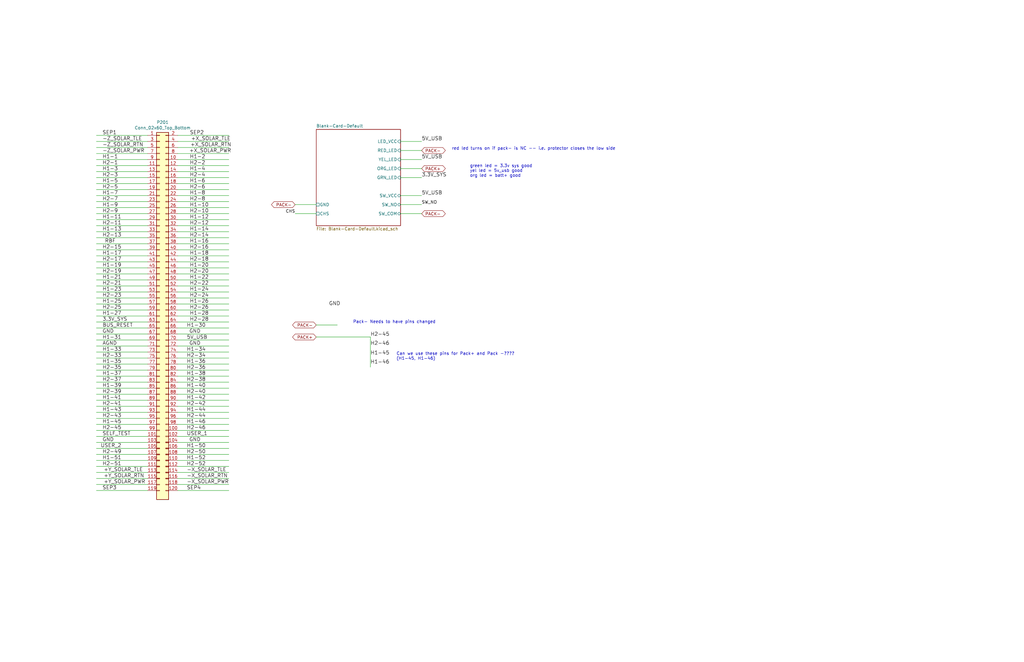
<source format=kicad_sch>
(kicad_sch (version 20211123) (generator eeschema)

  (uuid 9186dae5-6dc3-4744-9f90-e697559c6ac8)

  (paper "B")

  (title_block
    (title "Blank Card for SLI Backplane")
    (date "2021-11-05")
    (rev "A")
    (company "Sierra Lobo INC")
  )

  (lib_symbols
    (symbol "SLI-Blank-Card:Conn_02x60_Top_Bottom" (pin_names (offset 1.016) hide) (in_bom yes) (on_board yes)
      (property "Reference" "J" (id 0) (at 0 1.27 0)
        (effects (font (size 1.27 1.27)))
      )
      (property "Value" "SLI-Blank-Card_Conn_02x60_Top_Bottom" (id 1) (at 0 -157.48 0)
        (effects (font (size 1.27 1.27)))
      )
      (property "Footprint" "" (id 2) (at -1.27 -49.53 0)
        (effects (font (size 1.27 1.27)) hide)
      )
      (property "Datasheet" "" (id 3) (at -1.27 -49.53 0)
        (effects (font (size 1.27 1.27)) hide)
      )
      (property "ki_fp_filters" "Connector*:*_2x??_*" (id 4) (at 0 0 0)
        (effects (font (size 1.27 1.27)) hide)
      )
      (symbol "Conn_02x60_Top_Bottom_1_1"
        (rectangle (start -2.54 -151.003) (end -1.27 -151.257)
          (stroke (width 0.1524) (type default) (color 0 0 0 0))
          (fill (type none))
        )
        (rectangle (start -2.54 -148.463) (end -1.27 -148.717)
          (stroke (width 0.1524) (type default) (color 0 0 0 0))
          (fill (type none))
        )
        (rectangle (start -2.54 -145.923) (end -1.27 -146.177)
          (stroke (width 0.1524) (type default) (color 0 0 0 0))
          (fill (type none))
        )
        (rectangle (start -2.54 -145.923) (end -1.27 -146.177)
          (stroke (width 0.1524) (type default) (color 0 0 0 0))
          (fill (type none))
        )
        (rectangle (start -2.54 -143.383) (end -1.27 -143.637)
          (stroke (width 0.1524) (type default) (color 0 0 0 0))
          (fill (type none))
        )
        (rectangle (start -2.54 -143.383) (end -1.27 -143.637)
          (stroke (width 0.1524) (type default) (color 0 0 0 0))
          (fill (type none))
        )
        (rectangle (start -2.54 -140.843) (end -1.27 -141.097)
          (stroke (width 0.1524) (type default) (color 0 0 0 0))
          (fill (type none))
        )
        (rectangle (start -2.54 -140.843) (end -1.27 -141.097)
          (stroke (width 0.1524) (type default) (color 0 0 0 0))
          (fill (type none))
        )
        (rectangle (start -2.54 -138.303) (end -1.27 -138.557)
          (stroke (width 0.1524) (type default) (color 0 0 0 0))
          (fill (type none))
        )
        (rectangle (start -2.54 -138.303) (end -1.27 -138.557)
          (stroke (width 0.1524) (type default) (color 0 0 0 0))
          (fill (type none))
        )
        (rectangle (start -2.54 -135.763) (end -1.27 -136.017)
          (stroke (width 0.1524) (type default) (color 0 0 0 0))
          (fill (type none))
        )
        (rectangle (start -2.54 -135.763) (end -1.27 -136.017)
          (stroke (width 0.1524) (type default) (color 0 0 0 0))
          (fill (type none))
        )
        (rectangle (start -2.54 -133.223) (end -1.27 -133.477)
          (stroke (width 0.1524) (type default) (color 0 0 0 0))
          (fill (type none))
        )
        (rectangle (start -2.54 -133.223) (end -1.27 -133.477)
          (stroke (width 0.1524) (type default) (color 0 0 0 0))
          (fill (type none))
        )
        (rectangle (start -2.54 -130.683) (end -1.27 -130.937)
          (stroke (width 0.1524) (type default) (color 0 0 0 0))
          (fill (type none))
        )
        (rectangle (start -2.54 -130.683) (end -1.27 -130.937)
          (stroke (width 0.1524) (type default) (color 0 0 0 0))
          (fill (type none))
        )
        (rectangle (start -2.54 -128.143) (end -1.27 -128.397)
          (stroke (width 0.1524) (type default) (color 0 0 0 0))
          (fill (type none))
        )
        (rectangle (start -2.54 -125.603) (end -1.27 -125.857)
          (stroke (width 0.1524) (type default) (color 0 0 0 0))
          (fill (type none))
        )
        (rectangle (start -2.54 -123.063) (end -1.27 -123.317)
          (stroke (width 0.1524) (type default) (color 0 0 0 0))
          (fill (type none))
        )
        (rectangle (start -2.54 -120.523) (end -1.27 -120.777)
          (stroke (width 0.1524) (type default) (color 0 0 0 0))
          (fill (type none))
        )
        (rectangle (start -2.54 -117.983) (end -1.27 -118.237)
          (stroke (width 0.1524) (type default) (color 0 0 0 0))
          (fill (type none))
        )
        (rectangle (start -2.54 -115.443) (end -1.27 -115.697)
          (stroke (width 0.1524) (type default) (color 0 0 0 0))
          (fill (type none))
        )
        (rectangle (start -2.54 -112.903) (end -1.27 -113.157)
          (stroke (width 0.1524) (type default) (color 0 0 0 0))
          (fill (type none))
        )
        (rectangle (start -2.54 -110.363) (end -1.27 -110.617)
          (stroke (width 0.1524) (type default) (color 0 0 0 0))
          (fill (type none))
        )
        (rectangle (start -2.54 -107.823) (end -1.27 -108.077)
          (stroke (width 0.1524) (type default) (color 0 0 0 0))
          (fill (type none))
        )
        (rectangle (start -2.54 -105.283) (end -1.27 -105.537)
          (stroke (width 0.1524) (type default) (color 0 0 0 0))
          (fill (type none))
        )
        (rectangle (start -2.54 -102.743) (end -1.27 -102.997)
          (stroke (width 0.1524) (type default) (color 0 0 0 0))
          (fill (type none))
        )
        (rectangle (start -2.54 -100.203) (end -1.27 -100.457)
          (stroke (width 0.1524) (type default) (color 0 0 0 0))
          (fill (type none))
        )
        (rectangle (start -2.54 -97.663) (end -1.27 -97.917)
          (stroke (width 0.1524) (type default) (color 0 0 0 0))
          (fill (type none))
        )
        (rectangle (start -2.54 -95.123) (end -1.27 -95.377)
          (stroke (width 0.1524) (type default) (color 0 0 0 0))
          (fill (type none))
        )
        (rectangle (start -2.54 -92.583) (end -1.27 -92.837)
          (stroke (width 0.1524) (type default) (color 0 0 0 0))
          (fill (type none))
        )
        (rectangle (start -2.54 -90.043) (end -1.27 -90.297)
          (stroke (width 0.1524) (type default) (color 0 0 0 0))
          (fill (type none))
        )
        (rectangle (start -2.54 -87.503) (end -1.27 -87.757)
          (stroke (width 0.1524) (type default) (color 0 0 0 0))
          (fill (type none))
        )
        (rectangle (start -2.54 -84.963) (end -1.27 -85.217)
          (stroke (width 0.1524) (type default) (color 0 0 0 0))
          (fill (type none))
        )
        (rectangle (start -2.54 -82.423) (end -1.27 -82.677)
          (stroke (width 0.1524) (type default) (color 0 0 0 0))
          (fill (type none))
        )
        (rectangle (start -2.54 -79.883) (end -1.27 -80.137)
          (stroke (width 0.1524) (type default) (color 0 0 0 0))
          (fill (type none))
        )
        (rectangle (start -2.54 -77.343) (end -1.27 -77.597)
          (stroke (width 0.1524) (type default) (color 0 0 0 0))
          (fill (type none))
        )
        (rectangle (start -2.54 -74.803) (end -1.27 -75.057)
          (stroke (width 0.1524) (type default) (color 0 0 0 0))
          (fill (type none))
        )
        (rectangle (start -2.54 -72.263) (end -1.27 -72.517)
          (stroke (width 0.1524) (type default) (color 0 0 0 0))
          (fill (type none))
        )
        (rectangle (start -2.54 -69.723) (end -1.27 -69.977)
          (stroke (width 0.1524) (type default) (color 0 0 0 0))
          (fill (type none))
        )
        (rectangle (start -2.54 -67.183) (end -1.27 -67.437)
          (stroke (width 0.1524) (type default) (color 0 0 0 0))
          (fill (type none))
        )
        (rectangle (start -2.54 -64.643) (end -1.27 -64.897)
          (stroke (width 0.1524) (type default) (color 0 0 0 0))
          (fill (type none))
        )
        (rectangle (start -2.54 -62.103) (end -1.27 -62.357)
          (stroke (width 0.1524) (type default) (color 0 0 0 0))
          (fill (type none))
        )
        (rectangle (start -2.54 -59.563) (end -1.27 -59.817)
          (stroke (width 0.1524) (type default) (color 0 0 0 0))
          (fill (type none))
        )
        (rectangle (start -2.54 -57.023) (end -1.27 -57.277)
          (stroke (width 0.1524) (type default) (color 0 0 0 0))
          (fill (type none))
        )
        (rectangle (start -2.54 -54.483) (end -1.27 -54.737)
          (stroke (width 0.1524) (type default) (color 0 0 0 0))
          (fill (type none))
        )
        (rectangle (start -2.54 -51.943) (end -1.27 -52.197)
          (stroke (width 0.1524) (type default) (color 0 0 0 0))
          (fill (type none))
        )
        (rectangle (start -2.54 -49.403) (end -1.27 -49.657)
          (stroke (width 0.1524) (type default) (color 0 0 0 0))
          (fill (type none))
        )
        (rectangle (start -2.54 -46.863) (end -1.27 -47.117)
          (stroke (width 0.1524) (type default) (color 0 0 0 0))
          (fill (type none))
        )
        (rectangle (start -2.54 -44.323) (end -1.27 -44.577)
          (stroke (width 0.1524) (type default) (color 0 0 0 0))
          (fill (type none))
        )
        (rectangle (start -2.54 -41.783) (end -1.27 -42.037)
          (stroke (width 0.1524) (type default) (color 0 0 0 0))
          (fill (type none))
        )
        (rectangle (start -2.54 -39.243) (end -1.27 -39.497)
          (stroke (width 0.1524) (type default) (color 0 0 0 0))
          (fill (type none))
        )
        (rectangle (start -2.54 -36.703) (end -1.27 -36.957)
          (stroke (width 0.1524) (type default) (color 0 0 0 0))
          (fill (type none))
        )
        (rectangle (start -2.54 -34.163) (end -1.27 -34.417)
          (stroke (width 0.1524) (type default) (color 0 0 0 0))
          (fill (type none))
        )
        (rectangle (start -2.54 -31.623) (end -1.27 -31.877)
          (stroke (width 0.1524) (type default) (color 0 0 0 0))
          (fill (type none))
        )
        (rectangle (start -2.54 -29.083) (end -1.27 -29.337)
          (stroke (width 0.1524) (type default) (color 0 0 0 0))
          (fill (type none))
        )
        (rectangle (start -2.54 -26.543) (end -1.27 -26.797)
          (stroke (width 0.1524) (type default) (color 0 0 0 0))
          (fill (type none))
        )
        (rectangle (start -2.54 -24.003) (end -1.27 -24.257)
          (stroke (width 0.1524) (type default) (color 0 0 0 0))
          (fill (type none))
        )
        (rectangle (start -2.54 -21.463) (end -1.27 -21.717)
          (stroke (width 0.1524) (type default) (color 0 0 0 0))
          (fill (type none))
        )
        (rectangle (start -2.54 -18.923) (end -1.27 -19.177)
          (stroke (width 0.1524) (type default) (color 0 0 0 0))
          (fill (type none))
        )
        (rectangle (start -2.54 -16.383) (end -1.27 -16.637)
          (stroke (width 0.1524) (type default) (color 0 0 0 0))
          (fill (type none))
        )
        (rectangle (start -2.54 -13.843) (end -1.27 -14.097)
          (stroke (width 0.1524) (type default) (color 0 0 0 0))
          (fill (type none))
        )
        (rectangle (start -2.54 -11.303) (end -1.27 -11.557)
          (stroke (width 0.1524) (type default) (color 0 0 0 0))
          (fill (type none))
        )
        (rectangle (start -2.54 -8.763) (end -1.27 -9.017)
          (stroke (width 0.1524) (type default) (color 0 0 0 0))
          (fill (type none))
        )
        (rectangle (start -2.54 -6.223) (end -1.27 -6.477)
          (stroke (width 0.1524) (type default) (color 0 0 0 0))
          (fill (type none))
        )
        (rectangle (start -2.54 -3.683) (end -1.27 -3.937)
          (stroke (width 0.1524) (type default) (color 0 0 0 0))
          (fill (type none))
        )
        (rectangle (start -2.54 -1.143) (end -1.27 -1.397)
          (stroke (width 0.1524) (type default) (color 0 0 0 0))
          (fill (type none))
        )
        (rectangle (start -2.54 0) (end 2.54 -154.94)
          (stroke (width 0.254) (type default) (color 0 0 0 0))
          (fill (type background))
        )
        (rectangle (start 2.54 -151.003) (end 1.27 -151.257)
          (stroke (width 0.1524) (type default) (color 0 0 0 0))
          (fill (type none))
        )
        (rectangle (start 2.54 -148.463) (end 1.27 -148.717)
          (stroke (width 0.1524) (type default) (color 0 0 0 0))
          (fill (type none))
        )
        (rectangle (start 2.54 -145.923) (end 1.27 -146.177)
          (stroke (width 0.1524) (type default) (color 0 0 0 0))
          (fill (type none))
        )
        (rectangle (start 2.54 -145.923) (end 1.27 -146.177)
          (stroke (width 0.1524) (type default) (color 0 0 0 0))
          (fill (type none))
        )
        (rectangle (start 2.54 -143.383) (end 1.27 -143.637)
          (stroke (width 0.1524) (type default) (color 0 0 0 0))
          (fill (type none))
        )
        (rectangle (start 2.54 -143.383) (end 1.27 -143.637)
          (stroke (width 0.1524) (type default) (color 0 0 0 0))
          (fill (type none))
        )
        (rectangle (start 2.54 -140.843) (end 1.27 -141.097)
          (stroke (width 0.1524) (type default) (color 0 0 0 0))
          (fill (type none))
        )
        (rectangle (start 2.54 -140.843) (end 1.27 -141.097)
          (stroke (width 0.1524) (type default) (color 0 0 0 0))
          (fill (type none))
        )
        (rectangle (start 2.54 -138.303) (end 1.27 -138.557)
          (stroke (width 0.1524) (type default) (color 0 0 0 0))
          (fill (type none))
        )
        (rectangle (start 2.54 -138.303) (end 1.27 -138.557)
          (stroke (width 0.1524) (type default) (color 0 0 0 0))
          (fill (type none))
        )
        (rectangle (start 2.54 -135.763) (end 1.27 -136.017)
          (stroke (width 0.1524) (type default) (color 0 0 0 0))
          (fill (type none))
        )
        (rectangle (start 2.54 -135.763) (end 1.27 -136.017)
          (stroke (width 0.1524) (type default) (color 0 0 0 0))
          (fill (type none))
        )
        (rectangle (start 2.54 -133.223) (end 1.27 -133.477)
          (stroke (width 0.1524) (type default) (color 0 0 0 0))
          (fill (type none))
        )
        (rectangle (start 2.54 -133.223) (end 1.27 -133.477)
          (stroke (width 0.1524) (type default) (color 0 0 0 0))
          (fill (type none))
        )
        (rectangle (start 2.54 -130.683) (end 1.27 -130.937)
          (stroke (width 0.1524) (type default) (color 0 0 0 0))
          (fill (type none))
        )
        (rectangle (start 2.54 -130.683) (end 1.27 -130.937)
          (stroke (width 0.1524) (type default) (color 0 0 0 0))
          (fill (type none))
        )
        (rectangle (start 2.54 -128.143) (end 1.27 -128.397)
          (stroke (width 0.1524) (type default) (color 0 0 0 0))
          (fill (type none))
        )
        (rectangle (start 2.54 -125.603) (end 1.27 -125.857)
          (stroke (width 0.1524) (type default) (color 0 0 0 0))
          (fill (type none))
        )
        (rectangle (start 2.54 -123.063) (end 1.27 -123.317)
          (stroke (width 0.1524) (type default) (color 0 0 0 0))
          (fill (type none))
        )
        (rectangle (start 2.54 -120.523) (end 1.27 -120.777)
          (stroke (width 0.1524) (type default) (color 0 0 0 0))
          (fill (type none))
        )
        (rectangle (start 2.54 -117.983) (end 1.27 -118.237)
          (stroke (width 0.1524) (type default) (color 0 0 0 0))
          (fill (type none))
        )
        (rectangle (start 2.54 -115.443) (end 1.27 -115.697)
          (stroke (width 0.1524) (type default) (color 0 0 0 0))
          (fill (type none))
        )
        (rectangle (start 2.54 -112.903) (end 1.27 -113.157)
          (stroke (width 0.1524) (type default) (color 0 0 0 0))
          (fill (type none))
        )
        (rectangle (start 2.54 -110.363) (end 1.27 -110.617)
          (stroke (width 0.1524) (type default) (color 0 0 0 0))
          (fill (type none))
        )
        (rectangle (start 2.54 -107.823) (end 1.27 -108.077)
          (stroke (width 0.1524) (type default) (color 0 0 0 0))
          (fill (type none))
        )
        (rectangle (start 2.54 -105.283) (end 1.27 -105.537)
          (stroke (width 0.1524) (type default) (color 0 0 0 0))
          (fill (type none))
        )
        (rectangle (start 2.54 -102.743) (end 1.27 -102.997)
          (stroke (width 0.1524) (type default) (color 0 0 0 0))
          (fill (type none))
        )
        (rectangle (start 2.54 -100.203) (end 1.27 -100.457)
          (stroke (width 0.1524) (type default) (color 0 0 0 0))
          (fill (type none))
        )
        (rectangle (start 2.54 -97.663) (end 1.27 -97.917)
          (stroke (width 0.1524) (type default) (color 0 0 0 0))
          (fill (type none))
        )
        (rectangle (start 2.54 -95.123) (end 1.27 -95.377)
          (stroke (width 0.1524) (type default) (color 0 0 0 0))
          (fill (type none))
        )
        (rectangle (start 2.54 -92.583) (end 1.27 -92.837)
          (stroke (width 0.1524) (type default) (color 0 0 0 0))
          (fill (type none))
        )
        (rectangle (start 2.54 -90.043) (end 1.27 -90.297)
          (stroke (width 0.1524) (type default) (color 0 0 0 0))
          (fill (type none))
        )
        (rectangle (start 2.54 -87.503) (end 1.27 -87.757)
          (stroke (width 0.1524) (type default) (color 0 0 0 0))
          (fill (type none))
        )
        (rectangle (start 2.54 -84.963) (end 1.27 -85.217)
          (stroke (width 0.1524) (type default) (color 0 0 0 0))
          (fill (type none))
        )
        (rectangle (start 2.54 -82.423) (end 1.27 -82.677)
          (stroke (width 0.1524) (type default) (color 0 0 0 0))
          (fill (type none))
        )
        (rectangle (start 2.54 -79.883) (end 1.27 -80.137)
          (stroke (width 0.1524) (type default) (color 0 0 0 0))
          (fill (type none))
        )
        (rectangle (start 2.54 -77.343) (end 1.27 -77.597)
          (stroke (width 0.1524) (type default) (color 0 0 0 0))
          (fill (type none))
        )
        (rectangle (start 2.54 -74.803) (end 1.27 -75.057)
          (stroke (width 0.1524) (type default) (color 0 0 0 0))
          (fill (type none))
        )
        (rectangle (start 2.54 -72.263) (end 1.27 -72.517)
          (stroke (width 0.1524) (type default) (color 0 0 0 0))
          (fill (type none))
        )
        (rectangle (start 2.54 -69.723) (end 1.27 -69.977)
          (stroke (width 0.1524) (type default) (color 0 0 0 0))
          (fill (type none))
        )
        (rectangle (start 2.54 -67.183) (end 1.27 -67.437)
          (stroke (width 0.1524) (type default) (color 0 0 0 0))
          (fill (type none))
        )
        (rectangle (start 2.54 -64.643) (end 1.27 -64.897)
          (stroke (width 0.1524) (type default) (color 0 0 0 0))
          (fill (type none))
        )
        (rectangle (start 2.54 -62.103) (end 1.27 -62.357)
          (stroke (width 0.1524) (type default) (color 0 0 0 0))
          (fill (type none))
        )
        (rectangle (start 2.54 -59.563) (end 1.27 -59.817)
          (stroke (width 0.1524) (type default) (color 0 0 0 0))
          (fill (type none))
        )
        (rectangle (start 2.54 -57.023) (end 1.27 -57.277)
          (stroke (width 0.1524) (type default) (color 0 0 0 0))
          (fill (type none))
        )
        (rectangle (start 2.54 -54.483) (end 1.27 -54.737)
          (stroke (width 0.1524) (type default) (color 0 0 0 0))
          (fill (type none))
        )
        (rectangle (start 2.54 -51.943) (end 1.27 -52.197)
          (stroke (width 0.1524) (type default) (color 0 0 0 0))
          (fill (type none))
        )
        (rectangle (start 2.54 -49.403) (end 1.27 -49.657)
          (stroke (width 0.1524) (type default) (color 0 0 0 0))
          (fill (type none))
        )
        (rectangle (start 2.54 -46.863) (end 1.27 -47.117)
          (stroke (width 0.1524) (type default) (color 0 0 0 0))
          (fill (type none))
        )
        (rectangle (start 2.54 -44.323) (end 1.27 -44.577)
          (stroke (width 0.1524) (type default) (color 0 0 0 0))
          (fill (type none))
        )
        (rectangle (start 2.54 -41.783) (end 1.27 -42.037)
          (stroke (width 0.1524) (type default) (color 0 0 0 0))
          (fill (type none))
        )
        (rectangle (start 2.54 -39.243) (end 1.27 -39.497)
          (stroke (width 0.1524) (type default) (color 0 0 0 0))
          (fill (type none))
        )
        (rectangle (start 2.54 -36.703) (end 1.27 -36.957)
          (stroke (width 0.1524) (type default) (color 0 0 0 0))
          (fill (type none))
        )
        (rectangle (start 2.54 -34.163) (end 1.27 -34.417)
          (stroke (width 0.1524) (type default) (color 0 0 0 0))
          (fill (type none))
        )
        (rectangle (start 2.54 -31.623) (end 1.27 -31.877)
          (stroke (width 0.1524) (type default) (color 0 0 0 0))
          (fill (type none))
        )
        (rectangle (start 2.54 -29.083) (end 1.27 -29.337)
          (stroke (width 0.1524) (type default) (color 0 0 0 0))
          (fill (type none))
        )
        (rectangle (start 2.54 -26.543) (end 1.27 -26.797)
          (stroke (width 0.1524) (type default) (color 0 0 0 0))
          (fill (type none))
        )
        (rectangle (start 2.54 -24.003) (end 1.27 -24.257)
          (stroke (width 0.1524) (type default) (color 0 0 0 0))
          (fill (type none))
        )
        (rectangle (start 2.54 -21.463) (end 1.27 -21.717)
          (stroke (width 0.1524) (type default) (color 0 0 0 0))
          (fill (type none))
        )
        (rectangle (start 2.54 -18.923) (end 1.27 -19.177)
          (stroke (width 0.1524) (type default) (color 0 0 0 0))
          (fill (type none))
        )
        (rectangle (start 2.54 -16.383) (end 1.27 -16.637)
          (stroke (width 0.1524) (type default) (color 0 0 0 0))
          (fill (type none))
        )
        (rectangle (start 2.54 -13.843) (end 1.27 -14.097)
          (stroke (width 0.1524) (type default) (color 0 0 0 0))
          (fill (type none))
        )
        (rectangle (start 2.54 -11.303) (end 1.27 -11.557)
          (stroke (width 0.1524) (type default) (color 0 0 0 0))
          (fill (type none))
        )
        (rectangle (start 2.54 -8.763) (end 1.27 -9.017)
          (stroke (width 0.1524) (type default) (color 0 0 0 0))
          (fill (type none))
        )
        (rectangle (start 2.54 -6.223) (end 1.27 -6.477)
          (stroke (width 0.1524) (type default) (color 0 0 0 0))
          (fill (type none))
        )
        (rectangle (start 2.54 -3.683) (end 1.27 -3.937)
          (stroke (width 0.1524) (type default) (color 0 0 0 0))
          (fill (type none))
        )
        (rectangle (start 2.54 -1.143) (end 1.27 -1.397)
          (stroke (width 0.1524) (type default) (color 0 0 0 0))
          (fill (type none))
        )
        (pin passive line (at -6.35 -1.27 0) (length 3.81)
          (name "Pin_1" (effects (font (size 1.27 1.27))))
          (number "1" (effects (font (size 1.27 1.27))))
        )
        (pin passive line (at 6.35 -11.43 180) (length 3.81)
          (name "Pin_10" (effects (font (size 1.27 1.27))))
          (number "10" (effects (font (size 1.27 1.27))))
        )
        (pin passive line (at 6.35 -125.73 180) (length 3.81)
          (name "Pin_100" (effects (font (size 1.27 1.27))))
          (number "100" (effects (font (size 1.27 1.27))))
        )
        (pin passive line (at -6.35 -128.27 0) (length 3.81)
          (name "Pin_101" (effects (font (size 1.27 1.27))))
          (number "101" (effects (font (size 1.27 1.27))))
        )
        (pin passive line (at 6.35 -128.27 180) (length 3.81)
          (name "Pin_102" (effects (font (size 1.27 1.27))))
          (number "102" (effects (font (size 1.27 1.27))))
        )
        (pin passive line (at -6.35 -130.81 0) (length 3.81)
          (name "Pin_103" (effects (font (size 1.27 1.27))))
          (number "103" (effects (font (size 1.27 1.27))))
        )
        (pin passive line (at 6.35 -130.81 180) (length 3.81)
          (name "Pin_104" (effects (font (size 1.27 1.27))))
          (number "104" (effects (font (size 1.27 1.27))))
        )
        (pin passive line (at -6.35 -133.35 0) (length 3.81)
          (name "Pin_105" (effects (font (size 1.27 1.27))))
          (number "105" (effects (font (size 1.27 1.27))))
        )
        (pin passive line (at 6.35 -133.35 180) (length 3.81)
          (name "Pin_106" (effects (font (size 1.27 1.27))))
          (number "106" (effects (font (size 1.27 1.27))))
        )
        (pin passive line (at -6.35 -135.89 0) (length 3.81)
          (name "Pin_107" (effects (font (size 1.27 1.27))))
          (number "107" (effects (font (size 1.27 1.27))))
        )
        (pin passive line (at 6.35 -135.89 180) (length 3.81)
          (name "Pin_108" (effects (font (size 1.27 1.27))))
          (number "108" (effects (font (size 1.27 1.27))))
        )
        (pin passive line (at -6.35 -138.43 0) (length 3.81)
          (name "Pin_109" (effects (font (size 1.27 1.27))))
          (number "109" (effects (font (size 1.27 1.27))))
        )
        (pin passive line (at -6.35 -13.97 0) (length 3.81)
          (name "Pin_11" (effects (font (size 1.27 1.27))))
          (number "11" (effects (font (size 1.27 1.27))))
        )
        (pin passive line (at 6.35 -138.43 180) (length 3.81)
          (name "Pin_110" (effects (font (size 1.27 1.27))))
          (number "110" (effects (font (size 1.27 1.27))))
        )
        (pin passive line (at -6.35 -140.97 0) (length 3.81)
          (name "Pin_111" (effects (font (size 1.27 1.27))))
          (number "111" (effects (font (size 1.27 1.27))))
        )
        (pin passive line (at 6.35 -140.97 180) (length 3.81)
          (name "Pin_112" (effects (font (size 1.27 1.27))))
          (number "112" (effects (font (size 1.27 1.27))))
        )
        (pin passive line (at -6.35 -143.51 0) (length 3.81)
          (name "Pin_113" (effects (font (size 1.27 1.27))))
          (number "113" (effects (font (size 1.27 1.27))))
        )
        (pin passive line (at 6.35 -143.51 180) (length 3.81)
          (name "Pin_114" (effects (font (size 1.27 1.27))))
          (number "114" (effects (font (size 1.27 1.27))))
        )
        (pin passive line (at -6.35 -146.05 0) (length 3.81)
          (name "Pin_115" (effects (font (size 1.27 1.27))))
          (number "115" (effects (font (size 1.27 1.27))))
        )
        (pin passive line (at 6.35 -146.05 180) (length 3.81)
          (name "Pin_116" (effects (font (size 1.27 1.27))))
          (number "116" (effects (font (size 1.27 1.27))))
        )
        (pin passive line (at -6.35 -148.59 0) (length 3.81)
          (name "Pin_117" (effects (font (size 1.27 1.27))))
          (number "117" (effects (font (size 1.27 1.27))))
        )
        (pin passive line (at 6.35 -148.59 180) (length 3.81)
          (name "Pin_118" (effects (font (size 1.27 1.27))))
          (number "118" (effects (font (size 1.27 1.27))))
        )
        (pin passive line (at -6.35 -151.13 0) (length 3.81)
          (name "Pin_119" (effects (font (size 1.27 1.27))))
          (number "119" (effects (font (size 1.27 1.27))))
        )
        (pin passive line (at 6.35 -13.97 180) (length 3.81)
          (name "Pin_12" (effects (font (size 1.27 1.27))))
          (number "12" (effects (font (size 1.27 1.27))))
        )
        (pin passive line (at 6.35 -151.13 180) (length 3.81)
          (name "Pin_120" (effects (font (size 1.27 1.27))))
          (number "120" (effects (font (size 1.27 1.27))))
        )
        (pin passive line (at -6.35 -16.51 0) (length 3.81)
          (name "Pin_13" (effects (font (size 1.27 1.27))))
          (number "13" (effects (font (size 1.27 1.27))))
        )
        (pin passive line (at 6.35 -16.51 180) (length 3.81)
          (name "Pin_14" (effects (font (size 1.27 1.27))))
          (number "14" (effects (font (size 1.27 1.27))))
        )
        (pin passive line (at -6.35 -19.05 0) (length 3.81)
          (name "Pin_15" (effects (font (size 1.27 1.27))))
          (number "15" (effects (font (size 1.27 1.27))))
        )
        (pin passive line (at 6.35 -19.05 180) (length 3.81)
          (name "Pin_16" (effects (font (size 1.27 1.27))))
          (number "16" (effects (font (size 1.27 1.27))))
        )
        (pin passive line (at -6.35 -21.59 0) (length 3.81)
          (name "Pin_17" (effects (font (size 1.27 1.27))))
          (number "17" (effects (font (size 1.27 1.27))))
        )
        (pin passive line (at 6.35 -21.59 180) (length 3.81)
          (name "Pin_18" (effects (font (size 1.27 1.27))))
          (number "18" (effects (font (size 1.27 1.27))))
        )
        (pin passive line (at -6.35 -24.13 0) (length 3.81)
          (name "Pin_19" (effects (font (size 1.27 1.27))))
          (number "19" (effects (font (size 1.27 1.27))))
        )
        (pin passive line (at 6.35 -1.27 180) (length 3.81)
          (name "Pin_2" (effects (font (size 1.27 1.27))))
          (number "2" (effects (font (size 1.27 1.27))))
        )
        (pin passive line (at 6.35 -24.13 180) (length 3.81)
          (name "Pin_20" (effects (font (size 1.27 1.27))))
          (number "20" (effects (font (size 1.27 1.27))))
        )
        (pin passive line (at -6.35 -26.67 0) (length 3.81)
          (name "Pin_21" (effects (font (size 1.27 1.27))))
          (number "21" (effects (font (size 1.27 1.27))))
        )
        (pin passive line (at 6.35 -26.67 180) (length 3.81)
          (name "Pin_22" (effects (font (size 1.27 1.27))))
          (number "22" (effects (font (size 1.27 1.27))))
        )
        (pin passive line (at -6.35 -29.21 0) (length 3.81)
          (name "Pin_23" (effects (font (size 1.27 1.27))))
          (number "23" (effects (font (size 1.27 1.27))))
        )
        (pin passive line (at 6.35 -29.21 180) (length 3.81)
          (name "Pin_24" (effects (font (size 1.27 1.27))))
          (number "24" (effects (font (size 1.27 1.27))))
        )
        (pin passive line (at -6.35 -31.75 0) (length 3.81)
          (name "Pin_25" (effects (font (size 1.27 1.27))))
          (number "25" (effects (font (size 1.27 1.27))))
        )
        (pin passive line (at 6.35 -31.75 180) (length 3.81)
          (name "Pin_26" (effects (font (size 1.27 1.27))))
          (number "26" (effects (font (size 1.27 1.27))))
        )
        (pin passive line (at -6.35 -34.29 0) (length 3.81)
          (name "Pin_27" (effects (font (size 1.27 1.27))))
          (number "27" (effects (font (size 1.27 1.27))))
        )
        (pin passive line (at 6.35 -34.29 180) (length 3.81)
          (name "Pin_28" (effects (font (size 1.27 1.27))))
          (number "28" (effects (font (size 1.27 1.27))))
        )
        (pin passive line (at -6.35 -36.83 0) (length 3.81)
          (name "Pin_29" (effects (font (size 1.27 1.27))))
          (number "29" (effects (font (size 1.27 1.27))))
        )
        (pin passive line (at -6.35 -3.81 0) (length 3.81)
          (name "Pin_3" (effects (font (size 1.27 1.27))))
          (number "3" (effects (font (size 1.27 1.27))))
        )
        (pin passive line (at 6.35 -36.83 180) (length 3.81)
          (name "Pin_30" (effects (font (size 1.27 1.27))))
          (number "30" (effects (font (size 1.27 1.27))))
        )
        (pin passive line (at -6.35 -39.37 0) (length 3.81)
          (name "Pin_31" (effects (font (size 1.27 1.27))))
          (number "31" (effects (font (size 1.27 1.27))))
        )
        (pin passive line (at 6.35 -39.37 180) (length 3.81)
          (name "Pin_32" (effects (font (size 1.27 1.27))))
          (number "32" (effects (font (size 1.27 1.27))))
        )
        (pin passive line (at -6.35 -41.91 0) (length 3.81)
          (name "Pin_33" (effects (font (size 1.27 1.27))))
          (number "33" (effects (font (size 1.27 1.27))))
        )
        (pin passive line (at 6.35 -41.91 180) (length 3.81)
          (name "Pin_34" (effects (font (size 1.27 1.27))))
          (number "34" (effects (font (size 1.27 1.27))))
        )
        (pin passive line (at -6.35 -44.45 0) (length 3.81)
          (name "Pin_35" (effects (font (size 1.27 1.27))))
          (number "35" (effects (font (size 1.27 1.27))))
        )
        (pin passive line (at 6.35 -44.45 180) (length 3.81)
          (name "Pin_36" (effects (font (size 1.27 1.27))))
          (number "36" (effects (font (size 1.27 1.27))))
        )
        (pin passive line (at -6.35 -46.99 0) (length 3.81)
          (name "Pin_37" (effects (font (size 1.27 1.27))))
          (number "37" (effects (font (size 1.27 1.27))))
        )
        (pin passive line (at 6.35 -46.99 180) (length 3.81)
          (name "Pin_38" (effects (font (size 1.27 1.27))))
          (number "38" (effects (font (size 1.27 1.27))))
        )
        (pin passive line (at -6.35 -49.53 0) (length 3.81)
          (name "Pin_39" (effects (font (size 1.27 1.27))))
          (number "39" (effects (font (size 1.27 1.27))))
        )
        (pin passive line (at 6.35 -3.81 180) (length 3.81)
          (name "Pin_4" (effects (font (size 1.27 1.27))))
          (number "4" (effects (font (size 1.27 1.27))))
        )
        (pin passive line (at 6.35 -49.53 180) (length 3.81)
          (name "Pin_40" (effects (font (size 1.27 1.27))))
          (number "40" (effects (font (size 1.27 1.27))))
        )
        (pin passive line (at -6.35 -52.07 0) (length 3.81)
          (name "Pin_41" (effects (font (size 1.27 1.27))))
          (number "41" (effects (font (size 1.27 1.27))))
        )
        (pin passive line (at 6.35 -52.07 180) (length 3.81)
          (name "Pin_42" (effects (font (size 1.27 1.27))))
          (number "42" (effects (font (size 1.27 1.27))))
        )
        (pin passive line (at -6.35 -54.61 0) (length 3.81)
          (name "Pin_43" (effects (font (size 1.27 1.27))))
          (number "43" (effects (font (size 1.27 1.27))))
        )
        (pin passive line (at 6.35 -54.61 180) (length 3.81)
          (name "Pin_44" (effects (font (size 1.27 1.27))))
          (number "44" (effects (font (size 1.27 1.27))))
        )
        (pin passive line (at -6.35 -57.15 0) (length 3.81)
          (name "Pin_45" (effects (font (size 1.27 1.27))))
          (number "45" (effects (font (size 1.27 1.27))))
        )
        (pin passive line (at 6.35 -57.15 180) (length 3.81)
          (name "Pin_46" (effects (font (size 1.27 1.27))))
          (number "46" (effects (font (size 1.27 1.27))))
        )
        (pin passive line (at -6.35 -59.69 0) (length 3.81)
          (name "Pin_47" (effects (font (size 1.27 1.27))))
          (number "47" (effects (font (size 1.27 1.27))))
        )
        (pin passive line (at 6.35 -59.69 180) (length 3.81)
          (name "Pin_48" (effects (font (size 1.27 1.27))))
          (number "48" (effects (font (size 1.27 1.27))))
        )
        (pin passive line (at -6.35 -62.23 0) (length 3.81)
          (name "Pin_49" (effects (font (size 1.27 1.27))))
          (number "49" (effects (font (size 1.27 1.27))))
        )
        (pin passive line (at -6.35 -6.35 0) (length 3.81)
          (name "Pin_5" (effects (font (size 1.27 1.27))))
          (number "5" (effects (font (size 1.27 1.27))))
        )
        (pin passive line (at 6.35 -62.23 180) (length 3.81)
          (name "Pin_50" (effects (font (size 1.27 1.27))))
          (number "50" (effects (font (size 1.27 1.27))))
        )
        (pin passive line (at -6.35 -64.77 0) (length 3.81)
          (name "Pin_51" (effects (font (size 1.27 1.27))))
          (number "51" (effects (font (size 1.27 1.27))))
        )
        (pin passive line (at 6.35 -64.77 180) (length 3.81)
          (name "Pin_52" (effects (font (size 1.27 1.27))))
          (number "52" (effects (font (size 1.27 1.27))))
        )
        (pin passive line (at -6.35 -67.31 0) (length 3.81)
          (name "Pin_53" (effects (font (size 1.27 1.27))))
          (number "53" (effects (font (size 1.27 1.27))))
        )
        (pin passive line (at 6.35 -67.31 180) (length 3.81)
          (name "Pin_54" (effects (font (size 1.27 1.27))))
          (number "54" (effects (font (size 1.27 1.27))))
        )
        (pin passive line (at -6.35 -69.85 0) (length 3.81)
          (name "Pin_55" (effects (font (size 1.27 1.27))))
          (number "55" (effects (font (size 1.27 1.27))))
        )
        (pin passive line (at 6.35 -69.85 180) (length 3.81)
          (name "Pin_56" (effects (font (size 1.27 1.27))))
          (number "56" (effects (font (size 1.27 1.27))))
        )
        (pin passive line (at -6.35 -72.39 0) (length 3.81)
          (name "Pin_57" (effects (font (size 1.27 1.27))))
          (number "57" (effects (font (size 1.27 1.27))))
        )
        (pin passive line (at 6.35 -72.39 180) (length 3.81)
          (name "Pin_58" (effects (font (size 1.27 1.27))))
          (number "58" (effects (font (size 1.27 1.27))))
        )
        (pin passive line (at -6.35 -74.93 0) (length 3.81)
          (name "Pin_59" (effects (font (size 1.27 1.27))))
          (number "59" (effects (font (size 1.27 1.27))))
        )
        (pin passive line (at 6.35 -6.35 180) (length 3.81)
          (name "Pin_6" (effects (font (size 1.27 1.27))))
          (number "6" (effects (font (size 1.27 1.27))))
        )
        (pin passive line (at 6.35 -74.93 180) (length 3.81)
          (name "Pin_60" (effects (font (size 1.27 1.27))))
          (number "60" (effects (font (size 1.27 1.27))))
        )
        (pin passive line (at -6.35 -77.47 0) (length 3.81)
          (name "Pin_61" (effects (font (size 1.27 1.27))))
          (number "61" (effects (font (size 1.27 1.27))))
        )
        (pin passive line (at 6.35 -77.47 180) (length 3.81)
          (name "Pin_62" (effects (font (size 1.27 1.27))))
          (number "62" (effects (font (size 1.27 1.27))))
        )
        (pin passive line (at -6.35 -80.01 0) (length 3.81)
          (name "Pin_63" (effects (font (size 1.27 1.27))))
          (number "63" (effects (font (size 1.27 1.27))))
        )
        (pin passive line (at 6.35 -80.01 180) (length 3.81)
          (name "Pin_64" (effects (font (size 1.27 1.27))))
          (number "64" (effects (font (size 1.27 1.27))))
        )
        (pin passive line (at -6.35 -82.55 0) (length 3.81)
          (name "Pin_65" (effects (font (size 1.27 1.27))))
          (number "65" (effects (font (size 1.27 1.27))))
        )
        (pin passive line (at 6.35 -82.55 180) (length 3.81)
          (name "Pin_66" (effects (font (size 1.27 1.27))))
          (number "66" (effects (font (size 1.27 1.27))))
        )
        (pin passive line (at -6.35 -85.09 0) (length 3.81)
          (name "Pin_67" (effects (font (size 1.27 1.27))))
          (number "67" (effects (font (size 1.27 1.27))))
        )
        (pin passive line (at 6.35 -85.09 180) (length 3.81)
          (name "Pin_68" (effects (font (size 1.27 1.27))))
          (number "68" (effects (font (size 1.27 1.27))))
        )
        (pin passive line (at -6.35 -87.63 0) (length 3.81)
          (name "Pin_69" (effects (font (size 1.27 1.27))))
          (number "69" (effects (font (size 1.27 1.27))))
        )
        (pin passive line (at -6.35 -8.89 0) (length 3.81)
          (name "Pin_7" (effects (font (size 1.27 1.27))))
          (number "7" (effects (font (size 1.27 1.27))))
        )
        (pin passive line (at 6.35 -87.63 180) (length 3.81)
          (name "Pin_70" (effects (font (size 1.27 1.27))))
          (number "70" (effects (font (size 1.27 1.27))))
        )
        (pin passive line (at -6.35 -90.17 0) (length 3.81)
          (name "Pin_71" (effects (font (size 1.27 1.27))))
          (number "71" (effects (font (size 1.27 1.27))))
        )
        (pin passive line (at 6.35 -90.17 180) (length 3.81)
          (name "Pin_72" (effects (font (size 1.27 1.27))))
          (number "72" (effects (font (size 1.27 1.27))))
        )
        (pin passive line (at -6.35 -92.71 0) (length 3.81)
          (name "Pin_73" (effects (font (size 1.27 1.27))))
          (number "73" (effects (font (size 1.27 1.27))))
        )
        (pin passive line (at 6.35 -92.71 180) (length 3.81)
          (name "Pin_74" (effects (font (size 1.27 1.27))))
          (number "74" (effects (font (size 1.27 1.27))))
        )
        (pin passive line (at -6.35 -95.25 0) (length 3.81)
          (name "Pin_75" (effects (font (size 1.27 1.27))))
          (number "75" (effects (font (size 1.27 1.27))))
        )
        (pin passive line (at 6.35 -95.25 180) (length 3.81)
          (name "Pin_76" (effects (font (size 1.27 1.27))))
          (number "76" (effects (font (size 1.27 1.27))))
        )
        (pin passive line (at -6.35 -97.79 0) (length 3.81)
          (name "Pin_77" (effects (font (size 1.27 1.27))))
          (number "77" (effects (font (size 1.27 1.27))))
        )
        (pin passive line (at 6.35 -97.79 180) (length 3.81)
          (name "Pin_78" (effects (font (size 1.27 1.27))))
          (number "78" (effects (font (size 1.27 1.27))))
        )
        (pin passive line (at -6.35 -100.33 0) (length 3.81)
          (name "Pin_79" (effects (font (size 1.27 1.27))))
          (number "79" (effects (font (size 1.27 1.27))))
        )
        (pin passive line (at 6.35 -8.89 180) (length 3.81)
          (name "Pin_8" (effects (font (size 1.27 1.27))))
          (number "8" (effects (font (size 1.27 1.27))))
        )
        (pin passive line (at 6.35 -100.33 180) (length 3.81)
          (name "Pin_80" (effects (font (size 1.27 1.27))))
          (number "80" (effects (font (size 1.27 1.27))))
        )
        (pin passive line (at -6.35 -102.87 0) (length 3.81)
          (name "Pin_81" (effects (font (size 1.27 1.27))))
          (number "81" (effects (font (size 1.27 1.27))))
        )
        (pin passive line (at 6.35 -102.87 180) (length 3.81)
          (name "Pin_82" (effects (font (size 1.27 1.27))))
          (number "82" (effects (font (size 1.27 1.27))))
        )
        (pin passive line (at -6.35 -105.41 0) (length 3.81)
          (name "Pin_83" (effects (font (size 1.27 1.27))))
          (number "83" (effects (font (size 1.27 1.27))))
        )
        (pin passive line (at 6.35 -105.41 180) (length 3.81)
          (name "Pin_84" (effects (font (size 1.27 1.27))))
          (number "84" (effects (font (size 1.27 1.27))))
        )
        (pin passive line (at -6.35 -107.95 0) (length 3.81)
          (name "Pin_85" (effects (font (size 1.27 1.27))))
          (number "85" (effects (font (size 1.27 1.27))))
        )
        (pin passive line (at 6.35 -107.95 180) (length 3.81)
          (name "Pin_86" (effects (font (size 1.27 1.27))))
          (number "86" (effects (font (size 1.27 1.27))))
        )
        (pin passive line (at -6.35 -110.49 0) (length 3.81)
          (name "Pin_87" (effects (font (size 1.27 1.27))))
          (number "87" (effects (font (size 1.27 1.27))))
        )
        (pin passive line (at 6.35 -110.49 180) (length 3.81)
          (name "Pin_88" (effects (font (size 1.27 1.27))))
          (number "88" (effects (font (size 1.27 1.27))))
        )
        (pin passive line (at -6.35 -113.03 0) (length 3.81)
          (name "Pin_89" (effects (font (size 1.27 1.27))))
          (number "89" (effects (font (size 1.27 1.27))))
        )
        (pin passive line (at -6.35 -11.43 0) (length 3.81)
          (name "Pin_9" (effects (font (size 1.27 1.27))))
          (number "9" (effects (font (size 1.27 1.27))))
        )
        (pin passive line (at 6.35 -113.03 180) (length 3.81)
          (name "Pin_90" (effects (font (size 1.27 1.27))))
          (number "90" (effects (font (size 1.27 1.27))))
        )
        (pin passive line (at -6.35 -115.57 0) (length 3.81)
          (name "Pin_91" (effects (font (size 1.27 1.27))))
          (number "91" (effects (font (size 1.27 1.27))))
        )
        (pin passive line (at 6.35 -115.57 180) (length 3.81)
          (name "Pin_92" (effects (font (size 1.27 1.27))))
          (number "92" (effects (font (size 1.27 1.27))))
        )
        (pin passive line (at -6.35 -118.11 0) (length 3.81)
          (name "Pin93" (effects (font (size 1.27 1.27))))
          (number "93" (effects (font (size 1.27 1.27))))
        )
        (pin passive line (at 6.35 -118.11 180) (length 3.81)
          (name "Pin_94" (effects (font (size 1.27 1.27))))
          (number "94" (effects (font (size 1.27 1.27))))
        )
        (pin passive line (at -6.35 -120.65 0) (length 3.81)
          (name "Pin_95" (effects (font (size 1.27 1.27))))
          (number "95" (effects (font (size 1.27 1.27))))
        )
        (pin passive line (at 6.35 -120.65 180) (length 3.81)
          (name "Pin_96" (effects (font (size 1.27 1.27))))
          (number "96" (effects (font (size 1.27 1.27))))
        )
        (pin passive line (at -6.35 -123.19 0) (length 3.81)
          (name "Pin_97" (effects (font (size 1.27 1.27))))
          (number "97" (effects (font (size 1.27 1.27))))
        )
        (pin passive line (at 6.35 -123.19 180) (length 3.81)
          (name "Pin_98" (effects (font (size 1.27 1.27))))
          (number "98" (effects (font (size 1.27 1.27))))
        )
        (pin passive line (at -6.35 -125.73 0) (length 3.81)
          (name "Pin_99" (effects (font (size 1.27 1.27))))
          (number "99" (effects (font (size 1.27 1.27))))
        )
      )
    )
  )


  (wire (pts (xy 62.23 90.17) (xy 40.64 90.17))
    (stroke (width 0) (type default) (color 0 0 0 0))
    (uuid 008da5b9-6f95-4113-b7d0-d93ac62efd33)
  )
  (wire (pts (xy 96.52 72.39) (xy 74.93 72.39))
    (stroke (width 0) (type default) (color 0 0 0 0))
    (uuid 03f57fb4-32a3-4bc6-85b9-fd8ece4a9592)
  )
  (wire (pts (xy 62.23 82.55) (xy 40.64 82.55))
    (stroke (width 0) (type default) (color 0 0 0 0))
    (uuid 04cf2f2c-74bf-400d-b4f6-201720df00ed)
  )
  (wire (pts (xy 96.52 118.11) (xy 74.93 118.11))
    (stroke (width 0) (type default) (color 0 0 0 0))
    (uuid 05f2859d-2820-4e84-b395-696011feb13b)
  )
  (wire (pts (xy 96.52 92.71) (xy 74.93 92.71))
    (stroke (width 0) (type default) (color 0 0 0 0))
    (uuid 07d160b6-23e1-4aa0-95cb-440482e6fc15)
  )
  (wire (pts (xy 62.23 130.81) (xy 40.64 130.81))
    (stroke (width 0) (type default) (color 0 0 0 0))
    (uuid 0ceb97d6-1b0f-4b71-921e-b0955c30c998)
  )
  (wire (pts (xy 62.23 102.87) (xy 40.64 102.87))
    (stroke (width 0) (type default) (color 0 0 0 0))
    (uuid 0fafc6b9-fd35-4a55-9270-7a8e7ce3cb13)
  )
  (wire (pts (xy 124.46 86.36) (xy 133.35 86.36))
    (stroke (width 0) (type default) (color 0 0 0 0))
    (uuid 10e52e95-44f3-4059-a86d-dcda603e0623)
  )
  (wire (pts (xy 62.23 133.35) (xy 40.64 133.35))
    (stroke (width 0) (type default) (color 0 0 0 0))
    (uuid 1241b7f2-e266-4f5c-8a97-9f0f9d0eef37)
  )
  (wire (pts (xy 62.23 118.11) (xy 40.64 118.11))
    (stroke (width 0) (type default) (color 0 0 0 0))
    (uuid 12a24e86-2c38-4685-bba9-fff8dddb4cb0)
  )
  (wire (pts (xy 177.8 86.36) (xy 168.91 86.36))
    (stroke (width 0) (type default) (color 0 0 0 0))
    (uuid 142dd724-2a9f-4eea-ab21-209b1bc7ec65)
  )
  (wire (pts (xy 96.52 67.31) (xy 74.93 67.31))
    (stroke (width 0) (type default) (color 0 0 0 0))
    (uuid 18ca5aef-6a2c-41ac-9e7f-bf7acb716e53)
  )
  (wire (pts (xy 62.23 186.69) (xy 40.64 186.69))
    (stroke (width 0) (type default) (color 0 0 0 0))
    (uuid 18d11f32-e1a6-4f29-8e3c-0bfeb07299bd)
  )
  (wire (pts (xy 142.24 137.16) (xy 133.35 137.16))
    (stroke (width 0) (type default) (color 0 0 0 0))
    (uuid 1ab71a3c-340b-469a-ada5-4f87f0b7b2fa)
  )
  (wire (pts (xy 62.23 85.09) (xy 40.64 85.09))
    (stroke (width 0) (type default) (color 0 0 0 0))
    (uuid 1bdd5841-68b7-42e2-9447-cbdb608d8a08)
  )
  (wire (pts (xy 96.52 196.85) (xy 74.93 196.85))
    (stroke (width 0) (type default) (color 0 0 0 0))
    (uuid 1dfbf353-5b24-4c0f-8322-8fcd514ae75e)
  )
  (wire (pts (xy 96.52 90.17) (xy 74.93 90.17))
    (stroke (width 0) (type default) (color 0 0 0 0))
    (uuid 1e48966e-d29d-4521-8939-ec8ac570431d)
  )
  (wire (pts (xy 96.52 82.55) (xy 74.93 82.55))
    (stroke (width 0) (type default) (color 0 0 0 0))
    (uuid 24b72b0d-63b8-4e06-89d0-e94dcf39a600)
  )
  (wire (pts (xy 168.91 67.31) (xy 177.8 67.31))
    (stroke (width 0) (type default) (color 0 0 0 0))
    (uuid 252f1275-081d-4d77-8bd5-3b9e6916ef42)
  )
  (wire (pts (xy 96.52 156.21) (xy 74.93 156.21))
    (stroke (width 0) (type default) (color 0 0 0 0))
    (uuid 25bc3602-3fb4-4a04-94e3-21ba22562c24)
  )
  (wire (pts (xy 96.52 179.07) (xy 74.93 179.07))
    (stroke (width 0) (type default) (color 0 0 0 0))
    (uuid 269f19c3-6824-45a8-be29-fa58d70cbb42)
  )
  (wire (pts (xy 62.23 100.33) (xy 40.64 100.33))
    (stroke (width 0) (type default) (color 0 0 0 0))
    (uuid 27b2eb82-662b-42d8-90e6-830fec4bb8d2)
  )
  (wire (pts (xy 96.52 163.83) (xy 74.93 163.83))
    (stroke (width 0) (type default) (color 0 0 0 0))
    (uuid 283c990c-ae5a-4e41-a3ad-b40ca29fe90e)
  )
  (wire (pts (xy 62.23 77.47) (xy 40.64 77.47))
    (stroke (width 0) (type default) (color 0 0 0 0))
    (uuid 2878a73c-5447-4cd9-8194-14f52ab9459c)
  )
  (wire (pts (xy 96.52 113.03) (xy 74.93 113.03))
    (stroke (width 0) (type default) (color 0 0 0 0))
    (uuid 2a1de22d-6451-488d-af77-0bf8841bd695)
  )
  (wire (pts (xy 62.23 143.51) (xy 40.64 143.51))
    (stroke (width 0) (type default) (color 0 0 0 0))
    (uuid 2b5a9ad3-7ec4-447d-916c-47adf5f9674f)
  )
  (wire (pts (xy 96.52 138.43) (xy 74.93 138.43))
    (stroke (width 0) (type default) (color 0 0 0 0))
    (uuid 2c60448a-e30f-46b2-89e1-a44f51688efc)
  )
  (wire (pts (xy 96.52 191.77) (xy 74.93 191.77))
    (stroke (width 0) (type default) (color 0 0 0 0))
    (uuid 2e0a9f64-1b78-4597-8d50-d12d2268a95a)
  )
  (wire (pts (xy 96.52 201.93) (xy 74.93 201.93))
    (stroke (width 0) (type default) (color 0 0 0 0))
    (uuid 337e8520-cbd2-42c0-8d17-743bab17cbbd)
  )
  (wire (pts (xy 62.23 123.19) (xy 40.64 123.19))
    (stroke (width 0) (type default) (color 0 0 0 0))
    (uuid 35ef9c4a-35f6-467b-a704-b1d9354880cf)
  )
  (wire (pts (xy 96.52 176.53) (xy 74.93 176.53))
    (stroke (width 0) (type default) (color 0 0 0 0))
    (uuid 38cfe839-c630-43d3-a9ec-6a89ba9e318a)
  )
  (wire (pts (xy 156.21 142.24) (xy 156.21 154.94))
    (stroke (width 0) (type default) (color 0 0 0 0))
    (uuid 3a70978e-dcc2-4620-a99c-514362812927)
  )
  (wire (pts (xy 177.8 82.55) (xy 168.91 82.55))
    (stroke (width 0) (type default) (color 0 0 0 0))
    (uuid 3c8d03bf-f31d-4aa0-b8db-a227ffd7d8d6)
  )
  (wire (pts (xy 62.23 113.03) (xy 40.64 113.03))
    (stroke (width 0) (type default) (color 0 0 0 0))
    (uuid 3e0392c0-affc-4114-9de5-1f1cfe79418a)
  )
  (wire (pts (xy 96.52 80.01) (xy 74.93 80.01))
    (stroke (width 0) (type default) (color 0 0 0 0))
    (uuid 4431c0f6-83ea-4eee-95a8-991da2f03ccd)
  )
  (wire (pts (xy 62.23 74.93) (xy 40.64 74.93))
    (stroke (width 0) (type default) (color 0 0 0 0))
    (uuid 44646447-0a8e-4aec-a74e-22bf765d0f33)
  )
  (wire (pts (xy 96.52 166.37) (xy 74.93 166.37))
    (stroke (width 0) (type default) (color 0 0 0 0))
    (uuid 49575217-40b0-4890-8acf-12982cca52b5)
  )
  (wire (pts (xy 96.52 151.13) (xy 74.93 151.13))
    (stroke (width 0) (type default) (color 0 0 0 0))
    (uuid 4a54c707-7b6f-4a3d-a74d-5e3526114aba)
  )
  (wire (pts (xy 96.52 153.67) (xy 74.93 153.67))
    (stroke (width 0) (type default) (color 0 0 0 0))
    (uuid 4aa97874-2fd2-414c-b381-9420384c2fd8)
  )
  (wire (pts (xy 96.52 143.51) (xy 74.93 143.51))
    (stroke (width 0) (type default) (color 0 0 0 0))
    (uuid 4b1fce17-dec7-457e-ba3b-a77604e77dc9)
  )
  (wire (pts (xy 96.52 168.91) (xy 74.93 168.91))
    (stroke (width 0) (type default) (color 0 0 0 0))
    (uuid 4cafb73d-1ad8-4d24-acf7-63d78095ae46)
  )
  (wire (pts (xy 62.23 207.01) (xy 40.64 207.01))
    (stroke (width 0) (type default) (color 0 0 0 0))
    (uuid 501880c3-8633-456f-9add-0e8fa1932ba6)
  )
  (wire (pts (xy 96.52 62.23) (xy 74.93 62.23))
    (stroke (width 0) (type default) (color 0 0 0 0))
    (uuid 528fd7da-c9a6-40ae-9f1a-60f6a7f4d534)
  )
  (wire (pts (xy 62.23 176.53) (xy 40.64 176.53))
    (stroke (width 0) (type default) (color 0 0 0 0))
    (uuid 53e34696-241f-47e5-a477-f469335c8a61)
  )
  (wire (pts (xy 62.23 64.77) (xy 40.64 64.77))
    (stroke (width 0) (type default) (color 0 0 0 0))
    (uuid 5701b80f-f006-4814-81c9-0c7f006088a9)
  )
  (wire (pts (xy 96.52 125.73) (xy 74.93 125.73))
    (stroke (width 0) (type default) (color 0 0 0 0))
    (uuid 576f00e6-a1be-45d3-9b93-e26d9e0fe306)
  )
  (wire (pts (xy 96.52 194.31) (xy 74.93 194.31))
    (stroke (width 0) (type default) (color 0 0 0 0))
    (uuid 582622a2-fad4-4737-9a80-be9fffbba8ab)
  )
  (wire (pts (xy 96.52 173.99) (xy 74.93 173.99))
    (stroke (width 0) (type default) (color 0 0 0 0))
    (uuid 5889287d-b845-4684-b23e-663811b25d27)
  )
  (wire (pts (xy 62.23 168.91) (xy 40.64 168.91))
    (stroke (width 0) (type default) (color 0 0 0 0))
    (uuid 5a222fb6-5159-4931-9015-19df65643140)
  )
  (wire (pts (xy 62.23 92.71) (xy 40.64 92.71))
    (stroke (width 0) (type default) (color 0 0 0 0))
    (uuid 5d3d7893-1d11-4f1d-9052-85cf0e07d281)
  )
  (wire (pts (xy 62.23 138.43) (xy 40.64 138.43))
    (stroke (width 0) (type default) (color 0 0 0 0))
    (uuid 6241e6d3-a754-45b6-9f7c-e43019b93226)
  )
  (wire (pts (xy 62.23 156.21) (xy 40.64 156.21))
    (stroke (width 0) (type default) (color 0 0 0 0))
    (uuid 626679e8-6101-4722-ac57-5b8d9dab4c8b)
  )
  (wire (pts (xy 133.35 142.24) (xy 156.21 142.24))
    (stroke (width 0) (type default) (color 0 0 0 0))
    (uuid 62a1f3d4-027d-4ecf-a37a-6fcf4263e9d2)
  )
  (wire (pts (xy 177.8 71.12) (xy 168.91 71.12))
    (stroke (width 0) (type default) (color 0 0 0 0))
    (uuid 62e8c4d4-266c-4e53-8981-1028251d724c)
  )
  (wire (pts (xy 62.23 184.15) (xy 40.64 184.15))
    (stroke (width 0) (type default) (color 0 0 0 0))
    (uuid 6325c32f-c82a-4357-b022-f9c7e76f412e)
  )
  (wire (pts (xy 62.23 67.31) (xy 40.64 67.31))
    (stroke (width 0) (type default) (color 0 0 0 0))
    (uuid 63c56ea4-91a3-4172-b9de-a4388cc8f894)
  )
  (wire (pts (xy 62.23 115.57) (xy 40.64 115.57))
    (stroke (width 0) (type default) (color 0 0 0 0))
    (uuid 6513181c-0a6a-4560-9a18-17450c36ae2a)
  )
  (wire (pts (xy 62.23 105.41) (xy 40.64 105.41))
    (stroke (width 0) (type default) (color 0 0 0 0))
    (uuid 66218487-e316-4467-9eba-79d4626ab24e)
  )
  (wire (pts (xy 62.23 59.69) (xy 40.64 59.69))
    (stroke (width 0) (type default) (color 0 0 0 0))
    (uuid 66bc2bca-dab7-4947-a0ff-403cdaf9fb89)
  )
  (wire (pts (xy 62.23 163.83) (xy 40.64 163.83))
    (stroke (width 0) (type default) (color 0 0 0 0))
    (uuid 691af561-538d-4e8f-a916-26cad45eb7d6)
  )
  (wire (pts (xy 96.52 107.95) (xy 74.93 107.95))
    (stroke (width 0) (type default) (color 0 0 0 0))
    (uuid 6ac3ab53-7523-4805-bfd2-5de19dff127e)
  )
  (wire (pts (xy 62.23 194.31) (xy 40.64 194.31))
    (stroke (width 0) (type default) (color 0 0 0 0))
    (uuid 6afc19cf-38b4-47a3-bc2b-445b18724310)
  )
  (wire (pts (xy 177.8 63.5) (xy 168.91 63.5))
    (stroke (width 0) (type default) (color 0 0 0 0))
    (uuid 6b91a3ee-fdcd-4bfe-ad57-c8d5ea9903a8)
  )
  (wire (pts (xy 96.52 123.19) (xy 74.93 123.19))
    (stroke (width 0) (type default) (color 0 0 0 0))
    (uuid 713e0777-58b2-4487-baca-60d0ebed27c3)
  )
  (wire (pts (xy 124.46 90.17) (xy 133.35 90.17))
    (stroke (width 0) (type default) (color 0 0 0 0))
    (uuid 74f5ec08-7600-4a0b-a9e4-aae29f9ea08a)
  )
  (wire (pts (xy 96.52 158.75) (xy 74.93 158.75))
    (stroke (width 0) (type default) (color 0 0 0 0))
    (uuid 7760a75a-d74b-4185-b34e-cbc7b2c339b6)
  )
  (wire (pts (xy 62.23 95.25) (xy 40.64 95.25))
    (stroke (width 0) (type default) (color 0 0 0 0))
    (uuid 79476267-290e-445f-995b-0afd0e11a4b5)
  )
  (wire (pts (xy 96.52 59.69) (xy 74.93 59.69))
    (stroke (width 0) (type default) (color 0 0 0 0))
    (uuid 7a879184-fad8-4feb-afb5-86fe8d34f1f7)
  )
  (wire (pts (xy 62.23 166.37) (xy 40.64 166.37))
    (stroke (width 0) (type default) (color 0 0 0 0))
    (uuid 7ce7415d-7c22-49f6-8215-488853ccc8c6)
  )
  (wire (pts (xy 62.23 135.89) (xy 40.64 135.89))
    (stroke (width 0) (type default) (color 0 0 0 0))
    (uuid 7d0dab95-9e7a-486e-a1d7-fc48860fd57d)
  )
  (wire (pts (xy 96.52 97.79) (xy 74.93 97.79))
    (stroke (width 0) (type default) (color 0 0 0 0))
    (uuid 844d7d7a-b386-45a8-aaf6-bf41bbcb43b5)
  )
  (wire (pts (xy 62.23 191.77) (xy 40.64 191.77))
    (stroke (width 0) (type default) (color 0 0 0 0))
    (uuid 84d296ba-3d39-4264-ad19-947f90c54396)
  )
  (wire (pts (xy 96.52 146.05) (xy 74.93 146.05))
    (stroke (width 0) (type default) (color 0 0 0 0))
    (uuid 869d6302-ae22-478f-9723-3feacbb12eef)
  )
  (wire (pts (xy 62.23 171.45) (xy 40.64 171.45))
    (stroke (width 0) (type default) (color 0 0 0 0))
    (uuid 88002554-c459-46e5-8b22-6ea6fe07fd4c)
  )
  (wire (pts (xy 62.23 97.79) (xy 40.64 97.79))
    (stroke (width 0) (type default) (color 0 0 0 0))
    (uuid 8b290a17-6328-4178-9131-29524d345539)
  )
  (wire (pts (xy 62.23 173.99) (xy 40.64 173.99))
    (stroke (width 0) (type default) (color 0 0 0 0))
    (uuid 8cdc8ef9-532e-4bf5-9998-7213b9e692a2)
  )
  (wire (pts (xy 96.52 135.89) (xy 74.93 135.89))
    (stroke (width 0) (type default) (color 0 0 0 0))
    (uuid 901440f4-e2a6-4447-83cc-f58a2b26f5c4)
  )
  (wire (pts (xy 96.52 77.47) (xy 74.93 77.47))
    (stroke (width 0) (type default) (color 0 0 0 0))
    (uuid 90e761f6-1432-4f73-ad28-fa8869b7ec31)
  )
  (wire (pts (xy 62.23 204.47) (xy 40.64 204.47))
    (stroke (width 0) (type default) (color 0 0 0 0))
    (uuid 91fe070a-a49b-4bc5-805a-42f23e10d114)
  )
  (wire (pts (xy 62.23 57.15) (xy 40.64 57.15))
    (stroke (width 0) (type default) (color 0 0 0 0))
    (uuid 9286cf02-1563-41d2-9931-c192c33bab31)
  )
  (wire (pts (xy 62.23 179.07) (xy 40.64 179.07))
    (stroke (width 0) (type default) (color 0 0 0 0))
    (uuid 9390234f-bf3f-46cd-b6a0-8a438ec76e9f)
  )
  (wire (pts (xy 62.23 80.01) (xy 40.64 80.01))
    (stroke (width 0) (type default) (color 0 0 0 0))
    (uuid 955cc99e-a129-42cf-abc7-aa99813fdb5f)
  )
  (wire (pts (xy 96.52 189.23) (xy 74.93 189.23))
    (stroke (width 0) (type default) (color 0 0 0 0))
    (uuid 9aaeec6e-84fe-4644-b0bc-5de24626ff48)
  )
  (wire (pts (xy 62.23 62.23) (xy 40.64 62.23))
    (stroke (width 0) (type default) (color 0 0 0 0))
    (uuid 9b6bb172-1ac4-440a-ac75-c1917d9d59c7)
  )
  (wire (pts (xy 62.23 181.61) (xy 40.64 181.61))
    (stroke (width 0) (type default) (color 0 0 0 0))
    (uuid 9e813ec2-d4ce-4e2e-b379-c6fedb4c45db)
  )
  (wire (pts (xy 62.23 151.13) (xy 40.64 151.13))
    (stroke (width 0) (type default) (color 0 0 0 0))
    (uuid 9f782c92-a5e8-49db-bfda-752b35522ce4)
  )
  (wire (pts (xy 96.52 102.87) (xy 74.93 102.87))
    (stroke (width 0) (type default) (color 0 0 0 0))
    (uuid a07b6b2b-7179-4297-b163-5e47ffbe76d3)
  )
  (wire (pts (xy 96.52 130.81) (xy 74.93 130.81))
    (stroke (width 0) (type default) (color 0 0 0 0))
    (uuid a0dee8e6-f88a-4f05-aba0-bab3aafdf2bc)
  )
  (wire (pts (xy 96.52 95.25) (xy 74.93 95.25))
    (stroke (width 0) (type default) (color 0 0 0 0))
    (uuid a62609cd-29b7-4918-b97d-7b2404ba61cf)
  )
  (wire (pts (xy 96.52 85.09) (xy 74.93 85.09))
    (stroke (width 0) (type default) (color 0 0 0 0))
    (uuid a6738794-75ae-48a6-8949-ed8717400d71)
  )
  (wire (pts (xy 62.23 128.27) (xy 40.64 128.27))
    (stroke (width 0) (type default) (color 0 0 0 0))
    (uuid a7f25f41-0b4c-4430-b6cd-b2160b2db099)
  )
  (wire (pts (xy 96.52 110.49) (xy 74.93 110.49))
    (stroke (width 0) (type default) (color 0 0 0 0))
    (uuid a8219a78-6b33-4efa-a789-6a67ce8f7a50)
  )
  (wire (pts (xy 96.52 120.65) (xy 74.93 120.65))
    (stroke (width 0) (type default) (color 0 0 0 0))
    (uuid a8fb8ee0-623f-4870-a716-ecc88f37ef9a)
  )
  (wire (pts (xy 62.23 189.23) (xy 40.64 189.23))
    (stroke (width 0) (type default) (color 0 0 0 0))
    (uuid a90361cd-254c-4d27-ae1f-9a6c85bafe28)
  )
  (wire (pts (xy 62.23 87.63) (xy 40.64 87.63))
    (stroke (width 0) (type default) (color 0 0 0 0))
    (uuid aeb03be9-98f0-43f6-9432-1bb35aa04bab)
  )
  (wire (pts (xy 62.23 161.29) (xy 40.64 161.29))
    (stroke (width 0) (type default) (color 0 0 0 0))
    (uuid b59f18ce-2e34-4b6e-b14d-8d73b8268179)
  )
  (wire (pts (xy 96.52 74.93) (xy 74.93 74.93))
    (stroke (width 0) (type default) (color 0 0 0 0))
    (uuid b78cb2c1-ae4b-4d9b-acd8-d7fe342342f2)
  )
  (wire (pts (xy 62.23 158.75) (xy 40.64 158.75))
    (stroke (width 0) (type default) (color 0 0 0 0))
    (uuid b7bf6e08-7978-4190-aff5-c90d967f0f9c)
  )
  (wire (pts (xy 62.23 125.73) (xy 40.64 125.73))
    (stroke (width 0) (type default) (color 0 0 0 0))
    (uuid b8b961e9-8a60-45fc-999a-a7a3baff4e0d)
  )
  (wire (pts (xy 177.8 90.17) (xy 168.91 90.17))
    (stroke (width 0) (type default) (color 0 0 0 0))
    (uuid bd793ae5-cde5-43f6-8def-1f95f35b1be6)
  )
  (wire (pts (xy 96.52 171.45) (xy 74.93 171.45))
    (stroke (width 0) (type default) (color 0 0 0 0))
    (uuid be4b72db-0e02-4d9b-844a-aff689b4e648)
  )
  (wire (pts (xy 96.52 161.29) (xy 74.93 161.29))
    (stroke (width 0) (type default) (color 0 0 0 0))
    (uuid c1bac86f-cbf6-4c5b-b60d-c26fa73d9c09)
  )
  (wire (pts (xy 62.23 69.85) (xy 40.64 69.85))
    (stroke (width 0) (type default) (color 0 0 0 0))
    (uuid c25449d6-d734-4953-b762-98f82a830248)
  )
  (wire (pts (xy 96.52 57.15) (xy 74.93 57.15))
    (stroke (width 0) (type default) (color 0 0 0 0))
    (uuid c454102f-dc92-4550-9492-797fc8e6b49c)
  )
  (wire (pts (xy 62.23 140.97) (xy 40.64 140.97))
    (stroke (width 0) (type default) (color 0 0 0 0))
    (uuid c8a44971-63c1-4a19-879d-b6647b2dc08d)
  )
  (wire (pts (xy 62.23 201.93) (xy 40.64 201.93))
    (stroke (width 0) (type default) (color 0 0 0 0))
    (uuid c8a7af6e-c432-4fa3-91ee-c8bf0c5a9ebe)
  )
  (wire (pts (xy 62.23 153.67) (xy 40.64 153.67))
    (stroke (width 0) (type default) (color 0 0 0 0))
    (uuid ccc4cc25-ac17-45ef-825c-e079951ffb21)
  )
  (wire (pts (xy 62.23 110.49) (xy 40.64 110.49))
    (stroke (width 0) (type default) (color 0 0 0 0))
    (uuid cf815d51-c956-4c5a-adde-c373cb025b07)
  )
  (wire (pts (xy 62.23 199.39) (xy 40.64 199.39))
    (stroke (width 0) (type default) (color 0 0 0 0))
    (uuid d01102e9-b170-4eb1-a0a4-9a31feb850b7)
  )
  (wire (pts (xy 96.52 105.41) (xy 74.93 105.41))
    (stroke (width 0) (type default) (color 0 0 0 0))
    (uuid d1a9be32-38ba-44e6-bc35-f031541ab1fe)
  )
  (wire (pts (xy 96.52 186.69) (xy 74.93 186.69))
    (stroke (width 0) (type default) (color 0 0 0 0))
    (uuid d3e133b7-2c84-4206-a2b1-e693cb57fe56)
  )
  (wire (pts (xy 96.52 140.97) (xy 74.93 140.97))
    (stroke (width 0) (type default) (color 0 0 0 0))
    (uuid d66d3c12-11ce-4566-9a45-962e329503d8)
  )
  (wire (pts (xy 96.52 87.63) (xy 74.93 87.63))
    (stroke (width 0) (type default) (color 0 0 0 0))
    (uuid d692b5e6-71b2-4fa6-bc83-618add8d8fef)
  )
  (wire (pts (xy 62.23 72.39) (xy 40.64 72.39))
    (stroke (width 0) (type default) (color 0 0 0 0))
    (uuid d7e4abd8-69f5-4706-b12e-898194e5bf56)
  )
  (wire (pts (xy 96.52 133.35) (xy 74.93 133.35))
    (stroke (width 0) (type default) (color 0 0 0 0))
    (uuid d7e5a060-eb57-4238-9312-26bc885fc97d)
  )
  (wire (pts (xy 96.52 181.61) (xy 74.93 181.61))
    (stroke (width 0) (type default) (color 0 0 0 0))
    (uuid da481376-0e49-44d3-91b8-aaa39b869dd1)
  )
  (wire (pts (xy 62.23 148.59) (xy 40.64 148.59))
    (stroke (width 0) (type default) (color 0 0 0 0))
    (uuid da6f4122-0ecc-496f-b0fd-e4abef534976)
  )
  (wire (pts (xy 62.23 107.95) (xy 40.64 107.95))
    (stroke (width 0) (type default) (color 0 0 0 0))
    (uuid dca1d7db-c913-4d73-a2cc-fdc9651eda69)
  )
  (wire (pts (xy 96.52 199.39) (xy 74.93 199.39))
    (stroke (width 0) (type default) (color 0 0 0 0))
    (uuid e0c7ddff-8c90-465f-be62-21fb49b059fa)
  )
  (wire (pts (xy 96.52 148.59) (xy 74.93 148.59))
    (stroke (width 0) (type default) (color 0 0 0 0))
    (uuid e1b88aa4-d887-4eea-83ff-5c009f4390c4)
  )
  (wire (pts (xy 96.52 64.77) (xy 74.93 64.77))
    (stroke (width 0) (type default) (color 0 0 0 0))
    (uuid e413cfad-d7bd-41ab-b8dd-4b67484671a6)
  )
  (wire (pts (xy 177.8 59.69) (xy 168.91 59.69))
    (stroke (width 0) (type default) (color 0 0 0 0))
    (uuid e70b6168-f98e-4322-bc55-500948ef7b77)
  )
  (wire (pts (xy 96.52 100.33) (xy 74.93 100.33))
    (stroke (width 0) (type default) (color 0 0 0 0))
    (uuid ebca7c5e-ae52-43e5-ac6c-69a96a9a5b24)
  )
  (wire (pts (xy 96.52 207.01) (xy 74.93 207.01))
    (stroke (width 0) (type default) (color 0 0 0 0))
    (uuid f0ff5d1c-5481-4958-b844-4f68a17d4166)
  )
  (wire (pts (xy 62.23 146.05) (xy 40.64 146.05))
    (stroke (width 0) (type default) (color 0 0 0 0))
    (uuid f1782535-55f4-4299-bd4f-6f51b0b7259c)
  )
  (wire (pts (xy 96.52 128.27) (xy 74.93 128.27))
    (stroke (width 0) (type default) (color 0 0 0 0))
    (uuid f19c9655-8ddb-411a-96dd-bd986870c3c6)
  )
  (polyline (pts (xy 1041.4 464.82) (xy 1041.4 452.12))
    (stroke (width 0) (type default) (color 0 0 0 0))
    (uuid f1a9fb80-4cc4-410f-9616-e19c969dcab5)
  )

  (wire (pts (xy 96.52 115.57) (xy 74.93 115.57))
    (stroke (width 0) (type default) (color 0 0 0 0))
    (uuid f3044f68-903d-4063-b253-30d8e3a83eae)
  )
  (wire (pts (xy 62.23 120.65) (xy 40.64 120.65))
    (stroke (width 0) (type default) (color 0 0 0 0))
    (uuid f357ddb5-3f44-43b0-b00d-d64f5c62ba4a)
  )
  (wire (pts (xy 96.52 184.15) (xy 74.93 184.15))
    (stroke (width 0) (type default) (color 0 0 0 0))
    (uuid f988d6ea-11c5-4837-b1d1-5c292ded50c6)
  )
  (wire (pts (xy 96.52 69.85) (xy 74.93 69.85))
    (stroke (width 0) (type default) (color 0 0 0 0))
    (uuid f9b1563b-384a-447c-9f47-736504e995c8)
  )
  (wire (pts (xy 177.8 74.93) (xy 168.91 74.93))
    (stroke (width 0) (type default) (color 0 0 0 0))
    (uuid fc3d51c1-8b35-4da3-a742-0ebe104989d7)
  )
  (wire (pts (xy 96.52 204.47) (xy 74.93 204.47))
    (stroke (width 0) (type default) (color 0 0 0 0))
    (uuid fdc60c06-30fa-4dfb-96b4-809b755999e1)
  )
  (wire (pts (xy 62.23 196.85) (xy 40.64 196.85))
    (stroke (width 0) (type default) (color 0 0 0 0))
    (uuid fe14c012-3d58-4e5e-9a37-4b9765a7f764)
  )

  (text "Pack- Needs to have pins changed" (at 148.844 136.652 0)
    (effects (font (size 1.27 1.27)) (justify left bottom))
    (uuid 16f66721-6664-49d7-baeb-4af6ea7fedf3)
  )
  (text "Can we use these pins for Pack+ and Pack -????\n(H1-45, H1-46)"
    (at 167.132 152.146 0)
    (effects (font (size 1.27 1.27)) (justify left bottom))
    (uuid 95754eaa-94aa-4dae-971e-8280a1ca868d)
  )
  (text "green led = 3.3v sys good\nyel led = 5v_usb good\norg led = batt+ good"
    (at 198.12 74.93 0)
    (effects (font (size 1.27 1.27)) (justify left bottom))
    (uuid 97581b9a-3f6b-4e88-8768-6fdb60e6aca6)
  )
  (text "red led turns on if pack- is NC -- i.e. protector closes the low side"
    (at 190.5 63.5 0)
    (effects (font (size 1.27 1.27)) (justify left bottom))
    (uuid cd5e758d-cb66-484a-ae8b-21f53ceee49e)
  )

  (label "H1-51" (at 43.18 194.31 0)
    (effects (font (size 1.524 1.524)) (justify left bottom))
    (uuid 011ee658-718d-416a-85fd-961729cd1ee5)
  )
  (label "H2-45" (at 156.21 142.24 0)
    (effects (font (size 1.524 1.524)) (justify left bottom))
    (uuid 01f82238-6335-48fe-8b0a-6853e227345a)
  )
  (label "H2-3" (at 43.18 74.93 0)
    (effects (font (size 1.524 1.524)) (justify left bottom))
    (uuid 076046ab-4b56-4060-b8d9-0d80806d0277)
  )
  (label "H2-40" (at 78.74 166.37 0)
    (effects (font (size 1.524 1.524)) (justify left bottom))
    (uuid 0a1a4d88-972a-46ce-b25e-6cb796bd41f7)
  )
  (label "H2-46" (at 156.21 146.05 0)
    (effects (font (size 1.524 1.524)) (justify left bottom))
    (uuid 0e249018-17e7-42b3-ae5d-5ebf3ae299ae)
  )
  (label "H2-12" (at 80.01 95.25 0)
    (effects (font (size 1.524 1.524)) (justify left bottom))
    (uuid 0fd35a3e-b394-4aae-875a-fac843f9cbb7)
  )
  (label "H1-5" (at 43.18 77.47 0)
    (effects (font (size 1.524 1.524)) (justify left bottom))
    (uuid 1171ce37-6ad7-4662-bb68-5592c945ebf3)
  )
  (label "5V_USB" (at 177.8 82.55 0)
    (effects (font (size 1.524 1.524)) (justify left bottom))
    (uuid 13bbfffc-affb-4b43-9eb1-f2ed90a8a919)
  )
  (label "-Z_SOLAR_TLE" (at 43.18 59.69 0)
    (effects (font (size 1.524 1.524)) (justify left bottom))
    (uuid 16121028-bdf5-49c0-aae7-e28fe5bfa771)
  )
  (label "H1-17" (at 43.18 107.95 0)
    (effects (font (size 1.524 1.524)) (justify left bottom))
    (uuid 180245d9-4a3f-4d1b-adcc-b4eafac722e0)
  )
  (label "H2-37" (at 43.18 161.29 0)
    (effects (font (size 1.524 1.524)) (justify left bottom))
    (uuid 18c61c95-8af1-4986-b67e-c7af9c15ab6b)
  )
  (label "H2-1" (at 43.18 69.85 0)
    (effects (font (size 1.524 1.524)) (justify left bottom))
    (uuid 196a8dd5-5fd6-4c7f-ae4a-0104bd82e61b)
  )
  (label "H2-26" (at 80.01 130.81 0)
    (effects (font (size 1.524 1.524)) (justify left bottom))
    (uuid 1f9ae101-c652-4998-a503-17aedf3d5746)
  )
  (label "H2-11" (at 43.18 95.25 0)
    (effects (font (size 1.524 1.524)) (justify left bottom))
    (uuid 1fbb0219-551e-409b-a61b-76e8cebdfb9d)
  )
  (label "H1-33" (at 43.18 148.59 0)
    (effects (font (size 1.524 1.524)) (justify left bottom))
    (uuid 2035ea48-3ef5-4d7f-8c3c-50981b30c89a)
  )
  (label "+Y_SOLAR_PWR" (at 43.688 204.47 0)
    (effects (font (size 1.524 1.524)) (justify left bottom))
    (uuid 22bb6c80-05a9-4d89-98b0-f4c23fe6c1ce)
  )
  (label "USER_1" (at 78.74 184.15 0)
    (effects (font (size 1.524 1.524)) (justify left bottom))
    (uuid 2454fd1b-3484-4838-8b7e-d26357238fe1)
  )
  (label "H1-19" (at 43.18 113.03 0)
    (effects (font (size 1.524 1.524)) (justify left bottom))
    (uuid 28e37b45-f843-47c2-85c9-ca19f5430ece)
  )
  (label "H1-38" (at 78.74 158.75 0)
    (effects (font (size 1.524 1.524)) (justify left bottom))
    (uuid 29bb7297-26fb-4776-9266-2355d022bab0)
  )
  (label "-X_SOLAR_RTN" (at 78.74 201.93 0)
    (effects (font (size 1.524 1.524)) (justify left bottom))
    (uuid 2db910a0-b943-40b4-b81f-068ba5265f56)
  )
  (label "H1-35" (at 43.18 153.67 0)
    (effects (font (size 1.524 1.524)) (justify left bottom))
    (uuid 2e90e294-82e1-45da-9bf1-b91dfe0dc8f6)
  )
  (label "H1-20" (at 80.01 113.03 0)
    (effects (font (size 1.524 1.524)) (justify left bottom))
    (uuid 30317bf0-88bb-49e7-bf8b-9f3883982225)
  )
  (label "H2-46" (at 78.74 181.61 0)
    (effects (font (size 1.524 1.524)) (justify left bottom))
    (uuid 30c33e3e-fb78-498d-bffe-76273d527004)
  )
  (label "H1-2" (at 80.01 67.31 0)
    (effects (font (size 1.524 1.524)) (justify left bottom))
    (uuid 3326423d-8df7-4a7e-a354-349430b8fbd7)
  )
  (label "H1-40" (at 78.74 163.83 0)
    (effects (font (size 1.524 1.524)) (justify left bottom))
    (uuid 36d783e7-096f-4c97-9672-7e08c083b87b)
  )
  (label "H1-46" (at 156.21 153.924 0)
    (effects (font (size 1.524 1.524)) (justify left bottom))
    (uuid 38bac75c-f041-4399-822a-6102127c4512)
  )
  (label "SEP3" (at 43.18 207.01 0)
    (effects (font (size 1.524 1.524)) (justify left bottom))
    (uuid 3b686d17-1000-4762-ba31-589d599a3edf)
  )
  (label "H2-21" (at 43.18 120.65 0)
    (effects (font (size 1.524 1.524)) (justify left bottom))
    (uuid 3c5e5ea9-793d-46e3-86bc-5884c4490dc7)
  )
  (label "H2-18" (at 80.01 110.49 0)
    (effects (font (size 1.524 1.524)) (justify left bottom))
    (uuid 3e915099-a18e-49f4-89bb-abe64c2dade5)
  )
  (label "H2-52" (at 78.74 196.85 0)
    (effects (font (size 1.524 1.524)) (justify left bottom))
    (uuid 3f8a5430-68a9-4732-9b89-4e00dd8ae219)
  )
  (label "H2-10" (at 80.01 90.17 0)
    (effects (font (size 1.524 1.524)) (justify left bottom))
    (uuid 4185c36c-c66e-4dbd-be5d-841e551f4885)
  )
  (label "H1-52" (at 78.74 194.31 0)
    (effects (font (size 1.524 1.524)) (justify left bottom))
    (uuid 42ff012d-5eb7-42b9-bb45-415cf26799c6)
  )
  (label "H1-7" (at 43.18 82.55 0)
    (effects (font (size 1.524 1.524)) (justify left bottom))
    (uuid 43707e99-bdd7-4b02-9974-540ed6c2b0aa)
  )
  (label "SEP4" (at 78.74 207.01 0)
    (effects (font (size 1.524 1.524)) (justify left bottom))
    (uuid 45884597-7014-4461-83ee-9975c42b9a53)
  )
  (label "H2-34" (at 78.74 151.13 0)
    (effects (font (size 1.524 1.524)) (justify left bottom))
    (uuid 4c843bdb-6c9e-40dd-85e2-0567846e18ba)
  )
  (label "H2-2" (at 80.01 69.85 0)
    (effects (font (size 1.524 1.524)) (justify left bottom))
    (uuid 4d4fecdd-be4a-47e9-9085-2268d5852d8f)
  )
  (label "SEP1" (at 43.18 57.15 0)
    (effects (font (size 1.524 1.524)) (justify left bottom))
    (uuid 4db55cb8-197b-4402-871f-ce582b65664b)
  )
  (label "H1-39" (at 43.18 163.83 0)
    (effects (font (size 1.524 1.524)) (justify left bottom))
    (uuid 4e27930e-1827-4788-aa6b-487321d46602)
  )
  (label "3.3V_SYS" (at 43.18 135.89 0)
    (effects (font (size 1.524 1.524)) (justify left bottom))
    (uuid 4ec618ae-096f-4256-9328-005ee04f13d6)
  )
  (label "H2-15" (at 43.18 105.41 0)
    (effects (font (size 1.524 1.524)) (justify left bottom))
    (uuid 54212c01-b363-47b8-a145-45c40df316f4)
  )
  (label "H1-42" (at 78.74 168.91 0)
    (effects (font (size 1.524 1.524)) (justify left bottom))
    (uuid 57276367-9ce4-4738-88d7-6e8cb94c966c)
  )
  (label "H1-43" (at 43.18 173.99 0)
    (effects (font (size 1.524 1.524)) (justify left bottom))
    (uuid 593b8647-0095-46cc-ba23-3cf2a86edb5e)
  )
  (label "H1-46" (at 78.74 179.07 0)
    (effects (font (size 1.524 1.524)) (justify left bottom))
    (uuid 5b0a5a46-7b51-4262-a80e-d33dd1806615)
  )
  (label "H1-28" (at 80.01 133.35 0)
    (effects (font (size 1.524 1.524)) (justify left bottom))
    (uuid 5c30b9b4-3014-4f50-9329-27a539b67e01)
  )
  (label "H2-23" (at 43.18 125.73 0)
    (effects (font (size 1.524 1.524)) (justify left bottom))
    (uuid 5d9921f1-08b3-4cc9-8cf7-e9a72ca2fdb7)
  )
  (label "H2-41" (at 43.18 171.45 0)
    (effects (font (size 1.524 1.524)) (justify left bottom))
    (uuid 60aa0ce8-9d0e-48ca-bbf9-866403979e9b)
  )
  (label "-Z_SOLAR_PWR" (at 43.18 64.77 0)
    (effects (font (size 1.524 1.524)) (justify left bottom))
    (uuid 6bd115d6-07e0-45db-8f2e-3cbb0429104f)
  )
  (label "H1-34" (at 78.74 148.59 0)
    (effects (font (size 1.524 1.524)) (justify left bottom))
    (uuid 6ffdf05e-e119-49f9-85e9-13e4901df42a)
  )
  (label "H1-8" (at 80.01 82.55 0)
    (effects (font (size 1.524 1.524)) (justify left bottom))
    (uuid 71c6e723-673c-45a9-a0e4-9742220c52a3)
  )
  (label "H2-51" (at 43.18 196.85 0)
    (effects (font (size 1.524 1.524)) (justify left bottom))
    (uuid 72508b1f-1505-46cb-9d37-2081c5a12aca)
  )
  (label "H1-36" (at 78.74 153.67 0)
    (effects (font (size 1.524 1.524)) (justify left bottom))
    (uuid 72b36951-3ec7-4569-9c88-cf9b4afe1cae)
  )
  (label "H2-9" (at 43.18 90.17 0)
    (effects (font (size 1.524 1.524)) (justify left bottom))
    (uuid 79770cd5-32d7-429a-8248-0d9e6212231a)
  )
  (label "H1-31" (at 43.18 143.51 0)
    (effects (font (size 1.524 1.524)) (justify left bottom))
    (uuid 7a2f50f6-0c99-4e8d-9c2a-8f2f961d2e6d)
  )
  (label "H1-45" (at 43.18 179.07 0)
    (effects (font (size 1.524 1.524)) (justify left bottom))
    (uuid 7a74c4b1-6243-4a12-85a2-bc41d346e7aa)
  )
  (label "H1-13" (at 43.18 97.79 0)
    (effects (font (size 1.524 1.524)) (justify left bottom))
    (uuid 7bfba61b-6752-4a45-9ee6-5984dcb15041)
  )
  (label "H2-49" (at 43.18 191.77 0)
    (effects (font (size 1.524 1.524)) (justify left bottom))
    (uuid 7d76d925-f900-42af-a03f-bb32d2381b09)
  )
  (label "5V_USB" (at 177.8 67.31 0)
    (effects (font (size 1.524 1.524)) (justify left bottom))
    (uuid 7db990e4-92e1-4f99-b4d2-435bbec1ba83)
  )
  (label "H2-35" (at 43.18 156.21 0)
    (effects (font (size 1.524 1.524)) (justify left bottom))
    (uuid 7e1217ba-8a3d-4079-8d7b-b45f90cfbf53)
  )
  (label "+Y_SOLAR_RTN" (at 43.688 201.93 0)
    (effects (font (size 1.524 1.524)) (justify left bottom))
    (uuid 802c2dc3-ca9f-491e-9d66-7893e89ac34c)
  )
  (label "H1-4" (at 80.01 72.39 0)
    (effects (font (size 1.524 1.524)) (justify left bottom))
    (uuid 8458d41c-5d62-455d-b6e1-9f718c0faac9)
  )
  (label "H2-19" (at 43.18 115.57 0)
    (effects (font (size 1.524 1.524)) (justify left bottom))
    (uuid 88610282-a92d-4c3d-917a-ea95d59e0759)
  )
  (label "H2-24" (at 80.01 125.73 0)
    (effects (font (size 1.524 1.524)) (justify left bottom))
    (uuid 88cb65f4-7e9e-44eb-8692-3b6e2e788a94)
  )
  (label "H2-39" (at 43.18 166.37 0)
    (effects (font (size 1.524 1.524)) (justify left bottom))
    (uuid 8cd050d6-228c-4da0-9533-b4f8d14cfb34)
  )
  (label "H2-4" (at 80.01 74.93 0)
    (effects (font (size 1.524 1.524)) (justify left bottom))
    (uuid 8de2d84c-ff45-4d4f-bc49-c166f6ae6b91)
  )
  (label "3.3V_SYS" (at 177.8 74.93 0)
    (effects (font (size 1.524 1.524)) (justify left bottom))
    (uuid 8efee08b-b92e-4ba6-8722-c058e18114fe)
  )
  (label "GND" (at 79.756 140.97 0)
    (effects (font (size 1.524 1.524)) (justify left bottom))
    (uuid 9031bb33-c6aa-4758-bf5c-3274ed3ebab7)
  )
  (label "H1-27" (at 43.18 133.35 0)
    (effects (font (size 1.524 1.524)) (justify left bottom))
    (uuid 92035a88-6c95-4a61-bd8a-cb8dd9e5018a)
  )
  (label "H1-6" (at 80.01 77.47 0)
    (effects (font (size 1.524 1.524)) (justify left bottom))
    (uuid 935057d5-6882-4c15-9a35-54677912ba12)
  )
  (label "USER_2" (at 42.418 189.23 0)
    (effects (font (size 1.524 1.524)) (justify left bottom))
    (uuid 9565d2ee-a4f1-4d08-b2c9-0264233a0d2b)
  )
  (label "-X_SOLAR_TLE" (at 78.74 199.39 0)
    (effects (font (size 1.524 1.524)) (justify left bottom))
    (uuid 96de0051-7945-413a-9219-1ab367546962)
  )
  (label "SEP2" (at 80.01 57.15 0)
    (effects (font (size 1.524 1.524)) (justify left bottom))
    (uuid 97fe2a5c-4eee-4c7a-9c43-47749b396494)
  )
  (label "H1-21" (at 43.18 118.11 0)
    (effects (font (size 1.524 1.524)) (justify left bottom))
    (uuid 98914cc3-56fe-40bb-820a-3d157225c145)
  )
  (label "CHS" (at 124.46 90.17 180)
    (effects (font (size 1.27 1.27)) (justify right bottom))
    (uuid 98fe66f3-ec8b-4515-ae34-617f2124a7ec)
  )
  (label "H1-11" (at 43.18 92.71 0)
    (effects (font (size 1.524 1.524)) (justify left bottom))
    (uuid 99332785-d9f1-4363-9377-26ddc18e6d2c)
  )
  (label "H2-13" (at 43.18 100.33 0)
    (effects (font (size 1.524 1.524)) (justify left bottom))
    (uuid 99dfa524-0366-4808-b4e8-328fc38e8656)
  )
  (label "H2-28" (at 80.01 135.89 0)
    (effects (font (size 1.524 1.524)) (justify left bottom))
    (uuid 9a2d648d-863a-4b7b-80f9-d537185c212b)
  )
  (label "RBF" (at 44.196 102.87 0)
    (effects (font (size 1.524 1.524)) (justify left bottom))
    (uuid 9aedbb9e-8340-4899-b813-05b23382a36b)
  )
  (label "H1-23" (at 43.18 123.19 0)
    (effects (font (size 1.524 1.524)) (justify left bottom))
    (uuid 9dcdc92b-2219-4a4a-8954-45f02cc3ab25)
  )
  (label "H1-37" (at 43.18 158.75 0)
    (effects (font (size 1.524 1.524)) (justify left bottom))
    (uuid a5be2cb8-c68d-4180-8412-69a6b4c5b1d4)
  )
  (label "H1-12" (at 80.01 92.71 0)
    (effects (font (size 1.524 1.524)) (justify left bottom))
    (uuid a8b4bc7e-da32-4fb8-b71a-d7b47c6f741f)
  )
  (label "SELF_TEST" (at 43.18 184.15 0)
    (effects (font (size 1.524 1.524)) (justify left bottom))
    (uuid ae0e6b31-27d7-4383-a4fc-7557b0a19382)
  )
  (label "5V_USB" (at 78.74 143.51 0)
    (effects (font (size 1.524 1.524)) (justify left bottom))
    (uuid ae77c3c8-1144-468e-ad5b-a0b4090735bd)
  )
  (label "H1-3" (at 43.18 72.39 0)
    (effects (font (size 1.524 1.524)) (justify left bottom))
    (uuid b0271cdd-de22-4bf4-8f55-fc137cfbd4ec)
  )
  (label "GND" (at 43.18 186.69 0)
    (effects (font (size 1.524 1.524)) (justify left bottom))
    (uuid b287f145-851e-45cc-b200-e62677b551d5)
  )
  (label "H2-8" (at 80.01 85.09 0)
    (effects (font (size 1.524 1.524)) (justify left bottom))
    (uuid b4833916-7a3e-4498-86fb-ec6d13262ffe)
  )
  (label "H2-33" (at 43.18 151.13 0)
    (effects (font (size 1.524 1.524)) (justify left bottom))
    (uuid ba6fc20e-7eff-4d5f-81e4-d1fad93be155)
  )
  (label "H1-41" (at 43.18 168.91 0)
    (effects (font (size 1.524 1.524)) (justify left bottom))
    (uuid bde95c06-433a-4c03-bc48-e3abcdb4e054)
  )
  (label "H1-44" (at 78.74 173.99 0)
    (effects (font (size 1.524 1.524)) (justify left bottom))
    (uuid bdf40d30-88ff-4479-bad1-69529464b61b)
  )
  (label "H1-14" (at 80.01 97.79 0)
    (effects (font (size 1.524 1.524)) (justify left bottom))
    (uuid c088f712-1abe-4cac-9a8b-d564931395aa)
  )
  (label "H1-50" (at 78.74 189.23 0)
    (effects (font (size 1.524 1.524)) (justify left bottom))
    (uuid c3b3d7f4-943f-4cff-b180-87ef3e1bcbff)
  )
  (label "+X_SOLAR_PWR" (at 79.756 64.77 0)
    (effects (font (size 1.524 1.524)) (justify left bottom))
    (uuid c3c499b1-9227-4e4b-9982-f9f1aa6203b9)
  )
  (label "H1-30" (at 78.74 138.43 0)
    (effects (font (size 1.524 1.524)) (justify left bottom))
    (uuid c4cab9c5-d6e5-4660-b910-603a51b56783)
  )
  (label "H1-1" (at 43.18 67.31 0)
    (effects (font (size 1.524 1.524)) (justify left bottom))
    (uuid c514e30c-e48e-4ca5-ab44-8b3afedef1f2)
  )
  (label "H2-25" (at 43.18 130.81 0)
    (effects (font (size 1.524 1.524)) (justify left bottom))
    (uuid c8b6b273-3d20-4a46-8069-f6d608563604)
  )
  (label "H2-42" (at 78.74 171.45 0)
    (effects (font (size 1.524 1.524)) (justify left bottom))
    (uuid c9b9e62d-dede-4d1a-9a05-275614f8bdb2)
  )
  (label "H2-38" (at 78.74 161.29 0)
    (effects (font (size 1.524 1.524)) (justify left bottom))
    (uuid cb6062da-8dcd-4826-92fd-4071e9e97213)
  )
  (label "H1-22" (at 80.01 118.11 0)
    (effects (font (size 1.524 1.524)) (justify left bottom))
    (uuid cb721686-5255-4788-a3b0-ce4312e32eb7)
  )
  (label "H1-10" (at 80.01 87.63 0)
    (effects (font (size 1.524 1.524)) (justify left bottom))
    (uuid cc48dd41-7768-48d3-b096-2c4cc2126c9d)
  )
  (label "+X_SOLAR_TLE" (at 80.518 59.69 0)
    (effects (font (size 1.524 1.524)) (justify left bottom))
    (uuid ce72ea62-9343-4a4f-81bf-8ac601f5d005)
  )
  (label "GND" (at 43.18 140.97 0)
    (effects (font (size 1.524 1.524)) (justify left bottom))
    (uuid cebb9021-66d3-4116-98d4-5e6f3c1552be)
  )
  (label "-Z_SOLAR_RTN" (at 43.18 62.23 0)
    (effects (font (size 1.524 1.524)) (justify left bottom))
    (uuid d0a0deb1-4f0f-4ede-b730-2c6d67cb9618)
  )
  (label "AGND" (at 43.18 146.05 0)
    (effects (font (size 1.524 1.524)) (justify left bottom))
    (uuid d1eca865-05c5-48a4-96cf-ed5f8a640e25)
  )
  (label "H2-16" (at 80.01 105.41 0)
    (effects (font (size 1.524 1.524)) (justify left bottom))
    (uuid d3d57924-54a6-421d-a3a0-a044fc909e88)
  )
  (label "H2-5" (at 43.18 80.01 0)
    (effects (font (size 1.524 1.524)) (justify left bottom))
    (uuid d4c9471f-7503-4339-928c-d1abae1eede6)
  )
  (label "H2-22" (at 80.01 120.65 0)
    (effects (font (size 1.524 1.524)) (justify left bottom))
    (uuid d4db7f11-8cfe-40d2-b021-b36f05241701)
  )
  (label "H1-25" (at 43.18 128.27 0)
    (effects (font (size 1.524 1.524)) (justify left bottom))
    (uuid dae72997-44fc-4275-b36f-cd70bf46cfba)
  )
  (label "5V_USB" (at 177.8 59.69 0)
    (effects (font (size 1.524 1.524)) (justify left bottom))
    (uuid dbe92a0d-89cb-4d3f-9497-c2c1d93a3018)
  )
  (label "H2-6" (at 80.01 80.01 0)
    (effects (font (size 1.524 1.524)) (justify left bottom))
    (uuid e091e263-c616-48ef-a460-465c70218987)
  )
  (label "H2-7" (at 43.18 85.09 0)
    (effects (font (size 1.524 1.524)) (justify left bottom))
    (uuid e17e6c0e-7e5b-43f0-ad48-0a2760b45b04)
  )
  (label "H1-9" (at 43.18 87.63 0)
    (effects (font (size 1.524 1.524)) (justify left bottom))
    (uuid e4e20505-1208-4100-a4aa-676f50844c06)
  )
  (label "H2-44" (at 78.74 176.53 0)
    (effects (font (size 1.524 1.524)) (justify left bottom))
    (uuid e5217a0c-7f55-4c30-adda-7f8d95709d1b)
  )
  (label "H1-26" (at 80.01 128.27 0)
    (effects (font (size 1.524 1.524)) (justify left bottom))
    (uuid e5b328f6-dc69-4905-ae98-2dc3200a51d6)
  )
  (label "SW_NO" (at 177.8 86.36 0)
    (effects (font (size 1.27 1.27)) (justify left bottom))
    (uuid e7d81bce-286e-41e4-9181-3511e9c0455e)
  )
  (label "BUS_RESET" (at 43.18 138.43 0)
    (effects (font (size 1.524 1.524)) (justify left bottom))
    (uuid e97b5984-9f0f-43a4-9b8a-838eef4cceb2)
  )
  (label "H2-14" (at 80.01 100.33 0)
    (effects (font (size 1.524 1.524)) (justify left bottom))
    (uuid ea6fde00-59dc-4a79-a647-7e38199fae0e)
  )
  (label "H1-18" (at 80.01 107.95 0)
    (effects (font (size 1.524 1.524)) (justify left bottom))
    (uuid eab9c52c-3aa0-43a7-bc7f-7e234ff1e9f4)
  )
  (label "H2-36" (at 78.74 156.21 0)
    (effects (font (size 1.524 1.524)) (justify left bottom))
    (uuid eb8d02e9-145c-465d-b6a8-bae84d47a94b)
  )
  (label "H2-43" (at 43.18 176.53 0)
    (effects (font (size 1.524 1.524)) (justify left bottom))
    (uuid ed8a7f02-cf05-41d0-97b4-4388ef205e73)
  )
  (label "H1-45" (at 156.21 150.114 0)
    (effects (font (size 1.524 1.524)) (justify left bottom))
    (uuid ee2c538c-0954-4ad5-a1f1-46ac033088ee)
  )
  (label "+Y_SOLAR_TLE" (at 43.688 199.39 0)
    (effects (font (size 1.524 1.524)) (justify left bottom))
    (uuid eed466bf-cd88-4860-9abf-41a594ca08bd)
  )
  (label "H2-45" (at 43.18 181.61 0)
    (effects (font (size 1.524 1.524)) (justify left bottom))
    (uuid f1e619ac-5067-41df-8384-776ec70a6093)
  )
  (label "GND" (at 138.684 129.286 0)
    (effects (font (size 1.524 1.524)) (justify left bottom))
    (uuid f447e585-df78-4239-b8cb-4653b3837bb1)
  )
  (label "H2-50" (at 78.74 191.77 0)
    (effects (font (size 1.524 1.524)) (justify left bottom))
    (uuid f64497d1-1d62-44a4-8e5e-6fba4ebc969a)
  )
  (label "H1-16" (at 80.01 102.87 0)
    (effects (font (size 1.524 1.524)) (justify left bottom))
    (uuid f73b5500-6337-4860-a114-6e307f65ec9f)
  )
  (label "-X_SOLAR_PWR" (at 78.74 204.47 0)
    (effects (font (size 1.524 1.524)) (justify left bottom))
    (uuid f8bd6470-fafd-47f2-8ed5-9449988187ce)
  )
  (label "H2-17" (at 43.18 110.49 0)
    (effects (font (size 1.524 1.524)) (justify left bottom))
    (uuid f8f3a9fc-1e34-4573-a767-508104e8d242)
  )
  (label "H2-20" (at 80.01 115.57 0)
    (effects (font (size 1.524 1.524)) (justify left bottom))
    (uuid f959907b-1cef-4760-b043-4260a660a2ae)
  )
  (label "GND" (at 79.756 186.69 0)
    (effects (font (size 1.524 1.524)) (justify left bottom))
    (uuid fa918b6d-f6cf-4471-be3b-4ff713f55a2e)
  )
  (label "H1-24" (at 80.01 123.19 0)
    (effects (font (size 1.524 1.524)) (justify left bottom))
    (uuid faa1812c-fdf3-47ae-9cf4-ae06a263bfbd)
  )
  (label "+X_SOLAR_RTN" (at 80.264 62.23 0)
    (effects (font (size 1.524 1.524)) (justify left bottom))
    (uuid fb30f9bb-6a0b-4d8a-82b0-266eab794bc6)
  )
  (label "GND" (at 79.756 146.05 0)
    (effects (font (size 1.524 1.524)) (justify left bottom))
    (uuid fea7c5d1-76d6-41a0-b5e3-29889dbb8ce0)
  )

  (global_label "PACK-" (shape bidirectional) (at 133.35 137.16 180) (fields_autoplaced)
    (effects (font (size 1.27 1.27)) (justify right))
    (uuid 20caf6d2-76a7-497e-ac56-f6d31eb9027b)
    (property "Intersheet References" "${INTERSHEET_REFS}" (id 0) (at 0 0 0)
      (effects (font (size 1.27 1.27)) hide)
    )
  )
  (global_label "PACK-" (shape bidirectional) (at 124.46 86.36 180) (fields_autoplaced)
    (effects (font (size 1.27 1.27)) (justify right))
    (uuid 319639ae-c2c5-486d-93b1-d03bb1b64252)
    (property "Intersheet References" "${INTERSHEET_REFS}" (id 0) (at 0 0 0)
      (effects (font (size 1.27 1.27)) hide)
    )
  )
  (global_label "PACK-" (shape bidirectional) (at 177.8 63.5 0) (fields_autoplaced)
    (effects (font (size 1.27 1.27)) (justify left))
    (uuid 63489ebf-0f52-43a6-a0ab-158b1a7d4988)
    (property "Intersheet References" "${INTERSHEET_REFS}" (id 0) (at 0 0 0)
      (effects (font (size 1.27 1.27)) hide)
    )
  )
  (global_label "PACK+" (shape bidirectional) (at 177.8 71.12 0) (fields_autoplaced)
    (effects (font (size 1.27 1.27)) (justify left))
    (uuid 71f8d568-0f23-4ff2-8e60-1600ce517a48)
    (property "Intersheet References" "${INTERSHEET_REFS}" (id 0) (at 0 0 0)
      (effects (font (size 1.27 1.27)) hide)
    )
  )
  (global_label "PACK-" (shape bidirectional) (at 177.8 90.17 0) (fields_autoplaced)
    (effects (font (size 1.27 1.27)) (justify left))
    (uuid a5c8e189-1ddc-4a66-984b-e0fd1529d346)
    (property "Intersheet References" "${INTERSHEET_REFS}" (id 0) (at 0 0 0)
      (effects (font (size 1.27 1.27)) hide)
    )
  )
  (global_label "PACK+" (shape bidirectional) (at 133.35 142.24 180) (fields_autoplaced)
    (effects (font (size 1.27 1.27)) (justify right))
    (uuid f44d04c5-0d17-4d52-8328-ef3b4fdfba5f)
    (property "Intersheet References" "${INTERSHEET_REFS}" (id 0) (at 0 0 0)
      (effects (font (size 1.27 1.27)) hide)
    )
  )

  (symbol (lib_id "SLI-Blank-Card:Conn_02x60_Top_Bottom") (at 68.58 55.88 0) (unit 1)
    (in_bom yes) (on_board yes)
    (uuid 00000000-0000-0000-0000-0000618791ff)
    (property "Reference" "P201" (id 0) (at 68.58 51.6382 0))
    (property "Value" "Conn_02x60_Top_Bottom" (id 1) (at 68.58 53.9496 0))
    (property "Footprint" "SLI-Blank-Card:HSEC8-160-CARD-EDGE" (id 2) (at 67.31 105.41 0)
      (effects (font (size 1.27 1.27)) hide)
    )
    (property "Datasheet" "" (id 3) (at 67.31 105.41 0)
      (effects (font (size 1.27 1.27)) hide)
    )
    (pin "1" (uuid d297fc8b-a6ca-425d-b7b4-1be154861adc))
    (pin "10" (uuid 3b8a860f-0c9b-4196-935e-a5a1aa4a06de))
    (pin "100" (uuid e5fb328d-9b56-47d5-a800-8bd2552a0c29))
    (pin "101" (uuid 11ba34f5-722b-411e-a990-fcf71aa0dd82))
    (pin "102" (uuid b63f0703-13d3-46b3-b8be-5f02cc7a9659))
    (pin "103" (uuid 3671feff-f38f-4911-9d81-62ea1ed2e827))
    (pin "104" (uuid 41208f4b-0c8b-4860-a871-7e3c83c444ef))
    (pin "105" (uuid 26301920-6486-4de5-b91c-dca262b6ea59))
    (pin "106" (uuid b7b426bc-2c73-44f6-9d6f-72cb21a32c09))
    (pin "107" (uuid be5cfc27-632e-40f9-8bae-be39d60ff48c))
    (pin "108" (uuid ede2bc7c-8dab-4652-9470-cd01d1c1ca87))
    (pin "109" (uuid af5862da-d23b-41c3-bf15-bfaf2e718e38))
    (pin "11" (uuid 38e5d7a1-a852-4c1c-9a4d-2973e5a4d6e1))
    (pin "110" (uuid 67bd47e8-af67-472b-b645-49bed30d5f1a))
    (pin "111" (uuid 78857b24-ef82-4621-8013-7236ac625706))
    (pin "112" (uuid e0a7b1e6-6ac1-4eeb-83b8-292d2f25e076))
    (pin "113" (uuid 408e23ac-92c0-42b0-943c-19fe687ae4ac))
    (pin "114" (uuid 300ec267-6c10-4bc4-9603-b6c3f72c2464))
    (pin "115" (uuid 1a2b02f4-8100-4af1-9bc2-33242c1a1c8b))
    (pin "116" (uuid 96679445-85d5-4286-9cc1-6cfe447cd281))
    (pin "117" (uuid e2630af0-2b11-468b-985e-a057bed78114))
    (pin "118" (uuid 71943c6c-7bfc-47a2-bba1-971cf3d6e5be))
    (pin "119" (uuid 7e2c4ebb-ca8d-459c-81d2-26ef023ebab6))
    (pin "12" (uuid a452ffbb-5144-480a-b579-0240005c4a8d))
    (pin "120" (uuid b9961a4e-995b-4c03-abbf-395bb72ef3e7))
    (pin "13" (uuid 1956ba7e-0a93-45be-9c69-139634e97103))
    (pin "14" (uuid ef01589f-baec-4edb-aa46-3c117e8344b8))
    (pin "15" (uuid 1b1772e2-413b-4e97-8684-8348c0908501))
    (pin "16" (uuid 4cd02004-9c6e-4103-8a51-6cc183539955))
    (pin "17" (uuid f83f0e4a-4141-4e80-be05-ce9c85fbd42a))
    (pin "18" (uuid 3323d52e-d9a8-434c-af9b-a534e5782c2d))
    (pin "19" (uuid 2ff94d61-f918-44aa-8a44-9a3271fdcde2))
    (pin "2" (uuid b6ab9170-6666-40ff-bfb8-48c7a07e1c9f))
    (pin "20" (uuid 305d08f0-0ea0-43a0-a230-ea7fe6803e8a))
    (pin "21" (uuid 1af02ca1-51ad-49e6-acd3-4b764370f502))
    (pin "22" (uuid 8dd0fa2a-90a0-41e0-ba40-69763eaad95b))
    (pin "23" (uuid b9c765be-4bf9-4ff3-bb43-6f006ca9ff2c))
    (pin "24" (uuid 959b33c5-e75f-4b27-ac31-59d1d67fe005))
    (pin "25" (uuid 4986b19b-de57-4cc1-ae4c-a81a78d9ba39))
    (pin "26" (uuid b50c2a25-004b-4dd0-a2db-157b6b915014))
    (pin "27" (uuid edcc2f6d-b625-427f-af10-763ca1c820f3))
    (pin "28" (uuid 21e23f07-8d24-4f98-82ce-0948f29f5061))
    (pin "29" (uuid 8ed37bbe-d24b-4e17-8c07-72be45dc9310))
    (pin "3" (uuid cafd77e3-e1a5-485d-881f-d333b4059797))
    (pin "30" (uuid c4437576-6344-4c9a-adec-2913c93c7897))
    (pin "31" (uuid 9a316f6e-202f-4eb7-ab1c-612e42401ded))
    (pin "32" (uuid d9e401b8-baf3-4ffb-94cf-ae614cfb9092))
    (pin "33" (uuid 34f69a53-5dc4-481d-b5ca-56f5a1c4d421))
    (pin "34" (uuid e2f19625-9fbd-4726-9458-42730d6cb2b8))
    (pin "35" (uuid afb9ad3b-c41f-4709-bcd7-d58abaf12973))
    (pin "36" (uuid bff4ec65-4cb5-4f26-a29b-6ef5a251f0d4))
    (pin "37" (uuid 7567605d-03d3-4913-965c-d8935e5d4777))
    (pin "38" (uuid e639e0b6-31f2-4570-be9e-556997699a5b))
    (pin "39" (uuid 671aeec7-cfb7-4ae1-bac5-0d62205c74cf))
    (pin "4" (uuid c015b411-e5b8-41ea-a781-578b63783d5b))
    (pin "40" (uuid fc69056e-a1a5-4be8-b172-896a54d5890c))
    (pin "41" (uuid 08bd19fd-f7f0-4cb0-9918-c4eb4fc69229))
    (pin "42" (uuid b88ca48e-b20f-4814-bca9-2cda137e6dbe))
    (pin "43" (uuid eb8b9752-851e-4840-8711-8090d0e565b1))
    (pin "44" (uuid 2d3d6b7c-036c-4cfa-91da-fdc8d15740ff))
    (pin "45" (uuid a5f75e9f-0654-45de-b2fc-0c8fbf9e455e))
    (pin "46" (uuid 23914930-b2e5-44d0-8d26-235d5f66b234))
    (pin "47" (uuid 0810a71d-3c5a-4e7f-a06f-0bf524c82834))
    (pin "48" (uuid 3becc25c-4f66-4b65-b566-e2344bfd17f7))
    (pin "49" (uuid 43fefb1c-9186-4b5a-8687-c89c43de2fbc))
    (pin "5" (uuid 1998be39-7c0f-4749-85f4-91908c111ce5))
    (pin "50" (uuid b45eb1fd-4818-4caa-af4f-7cc37eee7393))
    (pin "51" (uuid 87c708f1-3b38-47c6-b863-6917999aab11))
    (pin "52" (uuid f59526e3-7c1b-4507-bcac-3a232ab42b4f))
    (pin "53" (uuid 5d24036a-1517-4d1c-973a-f38dbff31a5e))
    (pin "54" (uuid 1afe7c5c-c433-4e3a-9c38-52d0c840edba))
    (pin "55" (uuid 74cc2cf5-92c9-4f92-aceb-b5b97750d915))
    (pin "56" (uuid 0fe74051-9a98-4a38-b92b-8876db8f379e))
    (pin "57" (uuid d8746e3b-acb2-4595-9d34-b058e718e830))
    (pin "58" (uuid 49ab7b35-3764-4f0b-9cbd-5fe67408a885))
    (pin "59" (uuid e7814b55-e347-4b63-bcae-8b52aaf0f828))
    (pin "6" (uuid c240d6cf-040c-4cdd-8e5d-aa11a514cc8b))
    (pin "60" (uuid 4419f267-72c4-4da9-aa03-b08f1f296bcd))
    (pin "61" (uuid 80a6cb57-bf22-43ae-b896-d3b84ae324ea))
    (pin "62" (uuid f11b0130-1d25-4558-972f-0067b9d82a89))
    (pin "63" (uuid a790bb13-305f-42ca-bf0a-9d75b453efb9))
    (pin "64" (uuid 71570fef-f383-4e83-ab58-2b56ac07b81b))
    (pin "65" (uuid 33dbbcf4-5fd1-42b9-8a5a-ae7868437eea))
    (pin "66" (uuid 6d7c962d-9e3c-43f2-a8c3-718b2ec11278))
    (pin "67" (uuid 933dba9f-312b-40ee-83ba-5682f52bb4d0))
    (pin "68" (uuid 9d263c7c-e146-4c62-86c4-0a7514643d97))
    (pin "69" (uuid 6efa0ee4-3363-4bb7-8edc-e9881db9997b))
    (pin "7" (uuid c942a87d-2bef-4cf4-bc54-d4fd13e6b3a9))
    (pin "70" (uuid 5d56912d-b0ab-4576-954c-8038755f98f1))
    (pin "71" (uuid e3f679b6-5c5e-4ea3-84f1-038307cbf07d))
    (pin "72" (uuid f3582e9a-3b78-4a74-8f00-44a59803780c))
    (pin "73" (uuid 07df176f-ede2-4315-a7fa-9d7aaf2256a8))
    (pin "74" (uuid c5c3e8ff-4faf-4d2f-9f70-b08aa5a931c8))
    (pin "75" (uuid bb41a009-8dd3-4bd3-a441-7b1606ac769e))
    (pin "76" (uuid 92c7b59b-19ec-42d3-ad9f-8ee07813c4a9))
    (pin "77" (uuid 0a3a5220-544c-4d88-b0d5-a729ed0c0dca))
    (pin "78" (uuid 166c61f2-8055-4e46-b625-f37faa1cc1ce))
    (pin "79" (uuid 049b7568-8316-47b7-9523-b184ace984cd))
    (pin "8" (uuid 8727cbe1-a5f2-4149-b7f9-386e4061b06b))
    (pin "80" (uuid 72e98736-4903-48ad-ba68-5bf194a130a4))
    (pin "81" (uuid 7532d13d-008a-4441-bfb5-f84b9975b6f7))
    (pin "82" (uuid ced2f86a-019c-4ada-b9d8-dcba74e6ec76))
    (pin "83" (uuid 63a51645-e7a6-48c3-85b4-617f7041181e))
    (pin "84" (uuid 600f2a85-cd1f-4e61-9b2f-a59f21a56364))
    (pin "85" (uuid 9c9f7621-bd42-4b47-a526-a45242e92e5a))
    (pin "86" (uuid cba89839-37a0-4372-82f7-e89098a49707))
    (pin "87" (uuid 070569f3-8118-41a9-ae0d-9ac889645e9d))
    (pin "88" (uuid b61c5df1-fccb-4fea-a6c0-928303306dc8))
    (pin "89" (uuid f6425b8a-4d18-456b-846b-166f8da73af6))
    (pin "9" (uuid 77f7ff61-2cb4-467a-b66c-6488e36eaf14))
    (pin "90" (uuid 2c835292-699e-451c-8146-0d45b405d063))
    (pin "91" (uuid 63a35f95-190c-437c-a610-38cd32f05910))
    (pin "92" (uuid e93d3399-5871-4a98-bb38-577687ff0930))
    (pin "93" (uuid a9a209a1-150f-46ff-bb48-a67db39b289c))
    (pin "94" (uuid bb20566b-0d1f-440a-8118-f80088914882))
    (pin "95" (uuid f7897c3f-7243-4d0d-9e70-18fde7cd87c1))
    (pin "96" (uuid a32ceccb-5255-42a1-b35a-5515a26ea9e8))
    (pin "97" (uuid cb5cc1db-97af-4f94-b2d9-bd964a1628fe))
    (pin "98" (uuid c7567d1e-a2e5-4665-b011-f8afee8b4707))
    (pin "99" (uuid 036ca1d2-427e-4e04-9bae-c4f39a7c189c))
  )

  (sheet (at 133.35 54.61) (size 35.56 40.64) (fields_autoplaced)
    (stroke (width 0) (type solid) (color 0 0 0 0))
    (fill (color 0 0 0 0.0000))
    (uuid 00000000-0000-0000-0000-000061d3502c)
    (property "Sheet name" "Blank-Card-Default" (id 0) (at 133.35 53.8984 0)
      (effects (font (size 1.27 1.27)) (justify left bottom))
    )
    (property "Sheet file" "Blank-Card-Default.kicad_sch" (id 1) (at 133.35 95.8346 0)
      (effects (font (size 1.27 1.27)) (justify left top))
    )
    (pin "SW_NO" bidirectional (at 168.91 86.36 0)
      (effects (font (size 1.27 1.27)) (justify right))
      (uuid 9529c01f-e1cd-40be-b7f0-83780a544249)
    )
    (pin "SW_COM" bidirectional (at 168.91 90.17 0)
      (effects (font (size 1.27 1.27)) (justify right))
      (uuid d68e5ddb-039c-483f-88a3-1b0b7964b482)
    )
    (pin "ORG_LED" input (at 168.91 71.12 0)
      (effects (font (size 1.27 1.27)) (justify right))
      (uuid 6f580eb1-88cc-489d-a7ca-9efa5e590715)
    )
    (pin "LED_VCC" input (at 168.91 59.69 0)
      (effects (font (size 1.27 1.27)) (justify right))
      (uuid b13e8448-bf35-4ec0-9c70-3f2250718cc2)
    )
    (pin "GRN_LED" input (at 168.91 74.93 0)
      (effects (font (size 1.27 1.27)) (justify right))
      (uuid 5c7d6eaf-f256-4349-8203-d2e836872231)
    )
    (pin "YEL_LED" input (at 168.91 67.31 0)
      (effects (font (size 1.27 1.27)) (justify right))
      (uuid dde8619c-5a8c-40eb-9845-65e6a654222d)
    )
    (pin "RED_LED" input (at 168.91 63.5 0)
      (effects (font (size 1.27 1.27)) (justify right))
      (uuid c7df8431-dcf5-4ab4-b8f8-21c1cafc5246)
    )
    (pin "GND" passive (at 133.35 86.36 180)
      (effects (font (size 1.27 1.27)) (justify left))
      (uuid d38aa458-d7c4-47af-ba08-2b6be506a3fd)
    )
    (pin "CHS" passive (at 133.35 90.17 180)
      (effects (font (size 1.27 1.27)) (justify left))
      (uuid 3a41dd27-ec14-44d5-b505-aad1d829f79a)
    )
    (pin "SW_VCC" bidirectional (at 168.91 82.55 0)
      (effects (font (size 1.27 1.27)) (justify right))
      (uuid 0dfdfa9f-1e3f-4e14-b64b-12bde76a80c7)
    )
  )
)

</source>
